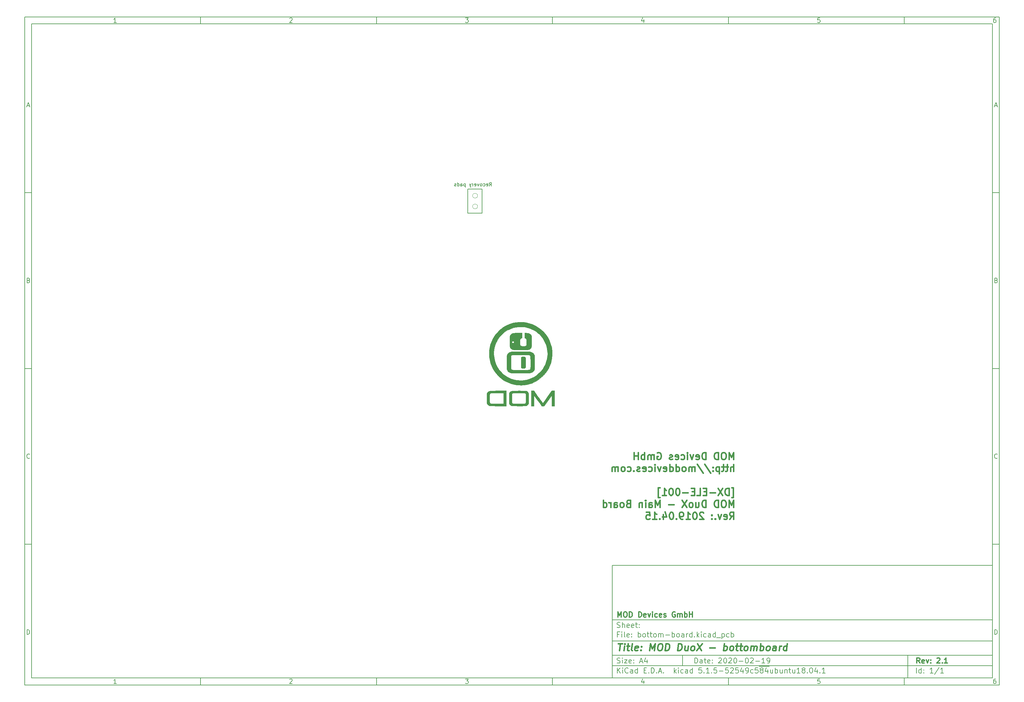
<source format=gbr>
G04 #@! TF.GenerationSoftware,KiCad,Pcbnew,5.1.5-52549c5~84~ubuntu18.04.1*
G04 #@! TF.CreationDate,2020-02-19T16:46:28+01:00*
G04 #@! TF.ProjectId,bottom-board,626f7474-6f6d-42d6-926f-6172642e6b69,2.1*
G04 #@! TF.SameCoordinates,PX48111b4PY15fd6c8*
G04 #@! TF.FileFunction,Legend,Bot*
G04 #@! TF.FilePolarity,Positive*
%FSLAX46Y46*%
G04 Gerber Fmt 4.6, Leading zero omitted, Abs format (unit mm)*
G04 Created by KiCad (PCBNEW 5.1.5-52549c5~84~ubuntu18.04.1) date 2020-02-19 16:46:28*
%MOMM*%
%LPD*%
G04 APERTURE LIST*
%ADD10C,0.100000*%
%ADD11C,0.150000*%
%ADD12C,0.300000*%
%ADD13C,0.400000*%
%ADD14C,0.120000*%
G04 APERTURE END LIST*
D10*
D11*
X101434660Y-142949080D02*
X101434660Y-174949080D01*
X209434660Y-174949080D01*
X209434660Y-142949080D01*
X101434660Y-142949080D01*
D10*
D11*
X-65567540Y13058120D02*
X-65567540Y-176949080D01*
X211434660Y-176949080D01*
X211434660Y13058120D01*
X-65567540Y13058120D01*
D10*
D11*
X-63567540Y11058120D02*
X-63567540Y-174949080D01*
X209434660Y-174949080D01*
X209434660Y11058120D01*
X-63567540Y11058120D01*
D10*
D11*
X-15567540Y11058120D02*
X-15567540Y13058120D01*
D10*
D11*
X34432460Y11058120D02*
X34432460Y13058120D01*
D10*
D11*
X84432460Y11058120D02*
X84432460Y13058120D01*
D10*
D11*
X134432460Y11058120D02*
X134432460Y13058120D01*
D10*
D11*
X184432460Y11058120D02*
X184432460Y13058120D01*
D10*
D11*
X-39502064Y11470025D02*
X-40244921Y11470025D01*
X-39873493Y11470025D02*
X-39873493Y12770025D01*
X-39997302Y12584311D01*
X-40121112Y12460501D01*
X-40244921Y12398597D01*
D10*
D11*
X9755079Y12646216D02*
X9816983Y12708120D01*
X9940793Y12770025D01*
X10250317Y12770025D01*
X10374126Y12708120D01*
X10436031Y12646216D01*
X10497936Y12522406D01*
X10497936Y12398597D01*
X10436031Y12212882D01*
X9693174Y11470025D01*
X10497936Y11470025D01*
D10*
D11*
X59693174Y12770025D02*
X60497936Y12770025D01*
X60064602Y12274787D01*
X60250317Y12274787D01*
X60374126Y12212882D01*
X60436031Y12150978D01*
X60497936Y12027168D01*
X60497936Y11717644D01*
X60436031Y11593835D01*
X60374126Y11531930D01*
X60250317Y11470025D01*
X59878888Y11470025D01*
X59755079Y11531930D01*
X59693174Y11593835D01*
D10*
D11*
X110374126Y12336692D02*
X110374126Y11470025D01*
X110064602Y12831930D02*
X109755079Y11903359D01*
X110559840Y11903359D01*
D10*
D11*
X160436031Y12770025D02*
X159816983Y12770025D01*
X159755079Y12150978D01*
X159816983Y12212882D01*
X159940793Y12274787D01*
X160250317Y12274787D01*
X160374126Y12212882D01*
X160436031Y12150978D01*
X160497936Y12027168D01*
X160497936Y11717644D01*
X160436031Y11593835D01*
X160374126Y11531930D01*
X160250317Y11470025D01*
X159940793Y11470025D01*
X159816983Y11531930D01*
X159755079Y11593835D01*
D10*
D11*
X210374126Y12770025D02*
X210126507Y12770025D01*
X210002698Y12708120D01*
X209940793Y12646216D01*
X209816983Y12460501D01*
X209755079Y12212882D01*
X209755079Y11717644D01*
X209816983Y11593835D01*
X209878888Y11531930D01*
X210002698Y11470025D01*
X210250317Y11470025D01*
X210374126Y11531930D01*
X210436031Y11593835D01*
X210497936Y11717644D01*
X210497936Y12027168D01*
X210436031Y12150978D01*
X210374126Y12212882D01*
X210250317Y12274787D01*
X210002698Y12274787D01*
X209878888Y12212882D01*
X209816983Y12150978D01*
X209755079Y12027168D01*
D10*
D11*
X-15567540Y-174949080D02*
X-15567540Y-176949080D01*
D10*
D11*
X34432460Y-174949080D02*
X34432460Y-176949080D01*
D10*
D11*
X84432460Y-174949080D02*
X84432460Y-176949080D01*
D10*
D11*
X134432460Y-174949080D02*
X134432460Y-176949080D01*
D10*
D11*
X184432460Y-174949080D02*
X184432460Y-176949080D01*
D10*
D11*
X-39502064Y-176537175D02*
X-40244921Y-176537175D01*
X-39873493Y-176537175D02*
X-39873493Y-175237175D01*
X-39997302Y-175422889D01*
X-40121112Y-175546699D01*
X-40244921Y-175608603D01*
D10*
D11*
X9755079Y-175360984D02*
X9816983Y-175299080D01*
X9940793Y-175237175D01*
X10250317Y-175237175D01*
X10374126Y-175299080D01*
X10436031Y-175360984D01*
X10497936Y-175484794D01*
X10497936Y-175608603D01*
X10436031Y-175794318D01*
X9693174Y-176537175D01*
X10497936Y-176537175D01*
D10*
D11*
X59693174Y-175237175D02*
X60497936Y-175237175D01*
X60064602Y-175732413D01*
X60250317Y-175732413D01*
X60374126Y-175794318D01*
X60436031Y-175856222D01*
X60497936Y-175980032D01*
X60497936Y-176289556D01*
X60436031Y-176413365D01*
X60374126Y-176475270D01*
X60250317Y-176537175D01*
X59878888Y-176537175D01*
X59755079Y-176475270D01*
X59693174Y-176413365D01*
D10*
D11*
X110374126Y-175670508D02*
X110374126Y-176537175D01*
X110064602Y-175175270D02*
X109755079Y-176103841D01*
X110559840Y-176103841D01*
D10*
D11*
X160436031Y-175237175D02*
X159816983Y-175237175D01*
X159755079Y-175856222D01*
X159816983Y-175794318D01*
X159940793Y-175732413D01*
X160250317Y-175732413D01*
X160374126Y-175794318D01*
X160436031Y-175856222D01*
X160497936Y-175980032D01*
X160497936Y-176289556D01*
X160436031Y-176413365D01*
X160374126Y-176475270D01*
X160250317Y-176537175D01*
X159940793Y-176537175D01*
X159816983Y-176475270D01*
X159755079Y-176413365D01*
D10*
D11*
X210374126Y-175237175D02*
X210126507Y-175237175D01*
X210002698Y-175299080D01*
X209940793Y-175360984D01*
X209816983Y-175546699D01*
X209755079Y-175794318D01*
X209755079Y-176289556D01*
X209816983Y-176413365D01*
X209878888Y-176475270D01*
X210002698Y-176537175D01*
X210250317Y-176537175D01*
X210374126Y-176475270D01*
X210436031Y-176413365D01*
X210497936Y-176289556D01*
X210497936Y-175980032D01*
X210436031Y-175856222D01*
X210374126Y-175794318D01*
X210250317Y-175732413D01*
X210002698Y-175732413D01*
X209878888Y-175794318D01*
X209816983Y-175856222D01*
X209755079Y-175980032D01*
D10*
D11*
X-65567540Y-36941880D02*
X-63567540Y-36941880D01*
D10*
D11*
X-65567540Y-86941880D02*
X-63567540Y-86941880D01*
D10*
D11*
X-65567540Y-136941880D02*
X-63567540Y-136941880D01*
D10*
D11*
X-64877064Y-12158546D02*
X-64258017Y-12158546D01*
X-65000874Y-12529975D02*
X-64567540Y-11229975D01*
X-64134207Y-12529975D01*
D10*
D11*
X-64474683Y-61849022D02*
X-64288969Y-61910927D01*
X-64227064Y-61972832D01*
X-64165160Y-62096641D01*
X-64165160Y-62282356D01*
X-64227064Y-62406165D01*
X-64288969Y-62468070D01*
X-64412779Y-62529975D01*
X-64908017Y-62529975D01*
X-64908017Y-61229975D01*
X-64474683Y-61229975D01*
X-64350874Y-61291880D01*
X-64288969Y-61353784D01*
X-64227064Y-61477594D01*
X-64227064Y-61601403D01*
X-64288969Y-61725213D01*
X-64350874Y-61787118D01*
X-64474683Y-61849022D01*
X-64908017Y-61849022D01*
D10*
D11*
X-64165160Y-112406165D02*
X-64227064Y-112468070D01*
X-64412779Y-112529975D01*
X-64536588Y-112529975D01*
X-64722302Y-112468070D01*
X-64846112Y-112344260D01*
X-64908017Y-112220451D01*
X-64969921Y-111972832D01*
X-64969921Y-111787118D01*
X-64908017Y-111539499D01*
X-64846112Y-111415689D01*
X-64722302Y-111291880D01*
X-64536588Y-111229975D01*
X-64412779Y-111229975D01*
X-64227064Y-111291880D01*
X-64165160Y-111353784D01*
D10*
D11*
X-64908017Y-162529975D02*
X-64908017Y-161229975D01*
X-64598493Y-161229975D01*
X-64412779Y-161291880D01*
X-64288969Y-161415689D01*
X-64227064Y-161539499D01*
X-64165160Y-161787118D01*
X-64165160Y-161972832D01*
X-64227064Y-162220451D01*
X-64288969Y-162344260D01*
X-64412779Y-162468070D01*
X-64598493Y-162529975D01*
X-64908017Y-162529975D01*
D10*
D11*
X211434660Y-36941880D02*
X209434660Y-36941880D01*
D10*
D11*
X211434660Y-86941880D02*
X209434660Y-86941880D01*
D10*
D11*
X211434660Y-136941880D02*
X209434660Y-136941880D01*
D10*
D11*
X210125136Y-12158546D02*
X210744183Y-12158546D01*
X210001326Y-12529975D02*
X210434660Y-11229975D01*
X210867993Y-12529975D01*
D10*
D11*
X210527517Y-61849022D02*
X210713231Y-61910927D01*
X210775136Y-61972832D01*
X210837040Y-62096641D01*
X210837040Y-62282356D01*
X210775136Y-62406165D01*
X210713231Y-62468070D01*
X210589421Y-62529975D01*
X210094183Y-62529975D01*
X210094183Y-61229975D01*
X210527517Y-61229975D01*
X210651326Y-61291880D01*
X210713231Y-61353784D01*
X210775136Y-61477594D01*
X210775136Y-61601403D01*
X210713231Y-61725213D01*
X210651326Y-61787118D01*
X210527517Y-61849022D01*
X210094183Y-61849022D01*
D10*
D11*
X210837040Y-112406165D02*
X210775136Y-112468070D01*
X210589421Y-112529975D01*
X210465612Y-112529975D01*
X210279898Y-112468070D01*
X210156088Y-112344260D01*
X210094183Y-112220451D01*
X210032279Y-111972832D01*
X210032279Y-111787118D01*
X210094183Y-111539499D01*
X210156088Y-111415689D01*
X210279898Y-111291880D01*
X210465612Y-111229975D01*
X210589421Y-111229975D01*
X210775136Y-111291880D01*
X210837040Y-111353784D01*
D10*
D11*
X210094183Y-162529975D02*
X210094183Y-161229975D01*
X210403707Y-161229975D01*
X210589421Y-161291880D01*
X210713231Y-161415689D01*
X210775136Y-161539499D01*
X210837040Y-161787118D01*
X210837040Y-161972832D01*
X210775136Y-162220451D01*
X210713231Y-162344260D01*
X210589421Y-162468070D01*
X210403707Y-162529975D01*
X210094183Y-162529975D01*
D10*
D11*
X124866802Y-170727651D02*
X124866802Y-169227651D01*
X125223945Y-169227651D01*
X125438231Y-169299080D01*
X125581088Y-169441937D01*
X125652517Y-169584794D01*
X125723945Y-169870508D01*
X125723945Y-170084794D01*
X125652517Y-170370508D01*
X125581088Y-170513365D01*
X125438231Y-170656222D01*
X125223945Y-170727651D01*
X124866802Y-170727651D01*
X127009660Y-170727651D02*
X127009660Y-169941937D01*
X126938231Y-169799080D01*
X126795374Y-169727651D01*
X126509660Y-169727651D01*
X126366802Y-169799080D01*
X127009660Y-170656222D02*
X126866802Y-170727651D01*
X126509660Y-170727651D01*
X126366802Y-170656222D01*
X126295374Y-170513365D01*
X126295374Y-170370508D01*
X126366802Y-170227651D01*
X126509660Y-170156222D01*
X126866802Y-170156222D01*
X127009660Y-170084794D01*
X127509660Y-169727651D02*
X128081088Y-169727651D01*
X127723945Y-169227651D02*
X127723945Y-170513365D01*
X127795374Y-170656222D01*
X127938231Y-170727651D01*
X128081088Y-170727651D01*
X129152517Y-170656222D02*
X129009660Y-170727651D01*
X128723945Y-170727651D01*
X128581088Y-170656222D01*
X128509660Y-170513365D01*
X128509660Y-169941937D01*
X128581088Y-169799080D01*
X128723945Y-169727651D01*
X129009660Y-169727651D01*
X129152517Y-169799080D01*
X129223945Y-169941937D01*
X129223945Y-170084794D01*
X128509660Y-170227651D01*
X129866802Y-170584794D02*
X129938231Y-170656222D01*
X129866802Y-170727651D01*
X129795374Y-170656222D01*
X129866802Y-170584794D01*
X129866802Y-170727651D01*
X129866802Y-169799080D02*
X129938231Y-169870508D01*
X129866802Y-169941937D01*
X129795374Y-169870508D01*
X129866802Y-169799080D01*
X129866802Y-169941937D01*
X131652517Y-169370508D02*
X131723945Y-169299080D01*
X131866802Y-169227651D01*
X132223945Y-169227651D01*
X132366802Y-169299080D01*
X132438231Y-169370508D01*
X132509660Y-169513365D01*
X132509660Y-169656222D01*
X132438231Y-169870508D01*
X131581088Y-170727651D01*
X132509660Y-170727651D01*
X133438231Y-169227651D02*
X133581088Y-169227651D01*
X133723945Y-169299080D01*
X133795374Y-169370508D01*
X133866802Y-169513365D01*
X133938231Y-169799080D01*
X133938231Y-170156222D01*
X133866802Y-170441937D01*
X133795374Y-170584794D01*
X133723945Y-170656222D01*
X133581088Y-170727651D01*
X133438231Y-170727651D01*
X133295374Y-170656222D01*
X133223945Y-170584794D01*
X133152517Y-170441937D01*
X133081088Y-170156222D01*
X133081088Y-169799080D01*
X133152517Y-169513365D01*
X133223945Y-169370508D01*
X133295374Y-169299080D01*
X133438231Y-169227651D01*
X134509660Y-169370508D02*
X134581088Y-169299080D01*
X134723945Y-169227651D01*
X135081088Y-169227651D01*
X135223945Y-169299080D01*
X135295374Y-169370508D01*
X135366802Y-169513365D01*
X135366802Y-169656222D01*
X135295374Y-169870508D01*
X134438231Y-170727651D01*
X135366802Y-170727651D01*
X136295374Y-169227651D02*
X136438231Y-169227651D01*
X136581088Y-169299080D01*
X136652517Y-169370508D01*
X136723945Y-169513365D01*
X136795374Y-169799080D01*
X136795374Y-170156222D01*
X136723945Y-170441937D01*
X136652517Y-170584794D01*
X136581088Y-170656222D01*
X136438231Y-170727651D01*
X136295374Y-170727651D01*
X136152517Y-170656222D01*
X136081088Y-170584794D01*
X136009660Y-170441937D01*
X135938231Y-170156222D01*
X135938231Y-169799080D01*
X136009660Y-169513365D01*
X136081088Y-169370508D01*
X136152517Y-169299080D01*
X136295374Y-169227651D01*
X137438231Y-170156222D02*
X138581088Y-170156222D01*
X139581088Y-169227651D02*
X139723945Y-169227651D01*
X139866802Y-169299080D01*
X139938231Y-169370508D01*
X140009660Y-169513365D01*
X140081088Y-169799080D01*
X140081088Y-170156222D01*
X140009660Y-170441937D01*
X139938231Y-170584794D01*
X139866802Y-170656222D01*
X139723945Y-170727651D01*
X139581088Y-170727651D01*
X139438231Y-170656222D01*
X139366802Y-170584794D01*
X139295374Y-170441937D01*
X139223945Y-170156222D01*
X139223945Y-169799080D01*
X139295374Y-169513365D01*
X139366802Y-169370508D01*
X139438231Y-169299080D01*
X139581088Y-169227651D01*
X140652517Y-169370508D02*
X140723945Y-169299080D01*
X140866802Y-169227651D01*
X141223945Y-169227651D01*
X141366802Y-169299080D01*
X141438231Y-169370508D01*
X141509660Y-169513365D01*
X141509660Y-169656222D01*
X141438231Y-169870508D01*
X140581088Y-170727651D01*
X141509660Y-170727651D01*
X142152517Y-170156222D02*
X143295374Y-170156222D01*
X144795374Y-170727651D02*
X143938231Y-170727651D01*
X144366802Y-170727651D02*
X144366802Y-169227651D01*
X144223945Y-169441937D01*
X144081088Y-169584794D01*
X143938231Y-169656222D01*
X145509660Y-170727651D02*
X145795374Y-170727651D01*
X145938231Y-170656222D01*
X146009660Y-170584794D01*
X146152517Y-170370508D01*
X146223945Y-170084794D01*
X146223945Y-169513365D01*
X146152517Y-169370508D01*
X146081088Y-169299080D01*
X145938231Y-169227651D01*
X145652517Y-169227651D01*
X145509660Y-169299080D01*
X145438231Y-169370508D01*
X145366802Y-169513365D01*
X145366802Y-169870508D01*
X145438231Y-170013365D01*
X145509660Y-170084794D01*
X145652517Y-170156222D01*
X145938231Y-170156222D01*
X146081088Y-170084794D01*
X146152517Y-170013365D01*
X146223945Y-169870508D01*
D10*
D11*
X101434660Y-171449080D02*
X209434660Y-171449080D01*
D10*
D11*
X102866802Y-173527651D02*
X102866802Y-172027651D01*
X103723945Y-173527651D02*
X103081088Y-172670508D01*
X103723945Y-172027651D02*
X102866802Y-172884794D01*
X104366802Y-173527651D02*
X104366802Y-172527651D01*
X104366802Y-172027651D02*
X104295374Y-172099080D01*
X104366802Y-172170508D01*
X104438231Y-172099080D01*
X104366802Y-172027651D01*
X104366802Y-172170508D01*
X105938231Y-173384794D02*
X105866802Y-173456222D01*
X105652517Y-173527651D01*
X105509660Y-173527651D01*
X105295374Y-173456222D01*
X105152517Y-173313365D01*
X105081088Y-173170508D01*
X105009660Y-172884794D01*
X105009660Y-172670508D01*
X105081088Y-172384794D01*
X105152517Y-172241937D01*
X105295374Y-172099080D01*
X105509660Y-172027651D01*
X105652517Y-172027651D01*
X105866802Y-172099080D01*
X105938231Y-172170508D01*
X107223945Y-173527651D02*
X107223945Y-172741937D01*
X107152517Y-172599080D01*
X107009660Y-172527651D01*
X106723945Y-172527651D01*
X106581088Y-172599080D01*
X107223945Y-173456222D02*
X107081088Y-173527651D01*
X106723945Y-173527651D01*
X106581088Y-173456222D01*
X106509660Y-173313365D01*
X106509660Y-173170508D01*
X106581088Y-173027651D01*
X106723945Y-172956222D01*
X107081088Y-172956222D01*
X107223945Y-172884794D01*
X108581088Y-173527651D02*
X108581088Y-172027651D01*
X108581088Y-173456222D02*
X108438231Y-173527651D01*
X108152517Y-173527651D01*
X108009660Y-173456222D01*
X107938231Y-173384794D01*
X107866802Y-173241937D01*
X107866802Y-172813365D01*
X107938231Y-172670508D01*
X108009660Y-172599080D01*
X108152517Y-172527651D01*
X108438231Y-172527651D01*
X108581088Y-172599080D01*
X110438231Y-172741937D02*
X110938231Y-172741937D01*
X111152517Y-173527651D02*
X110438231Y-173527651D01*
X110438231Y-172027651D01*
X111152517Y-172027651D01*
X111795374Y-173384794D02*
X111866802Y-173456222D01*
X111795374Y-173527651D01*
X111723945Y-173456222D01*
X111795374Y-173384794D01*
X111795374Y-173527651D01*
X112509660Y-173527651D02*
X112509660Y-172027651D01*
X112866802Y-172027651D01*
X113081088Y-172099080D01*
X113223945Y-172241937D01*
X113295374Y-172384794D01*
X113366802Y-172670508D01*
X113366802Y-172884794D01*
X113295374Y-173170508D01*
X113223945Y-173313365D01*
X113081088Y-173456222D01*
X112866802Y-173527651D01*
X112509660Y-173527651D01*
X114009660Y-173384794D02*
X114081088Y-173456222D01*
X114009660Y-173527651D01*
X113938231Y-173456222D01*
X114009660Y-173384794D01*
X114009660Y-173527651D01*
X114652517Y-173099080D02*
X115366802Y-173099080D01*
X114509660Y-173527651D02*
X115009660Y-172027651D01*
X115509660Y-173527651D01*
X116009660Y-173384794D02*
X116081088Y-173456222D01*
X116009660Y-173527651D01*
X115938231Y-173456222D01*
X116009660Y-173384794D01*
X116009660Y-173527651D01*
X119009660Y-173527651D02*
X119009660Y-172027651D01*
X119152517Y-172956222D02*
X119581088Y-173527651D01*
X119581088Y-172527651D02*
X119009660Y-173099080D01*
X120223945Y-173527651D02*
X120223945Y-172527651D01*
X120223945Y-172027651D02*
X120152517Y-172099080D01*
X120223945Y-172170508D01*
X120295374Y-172099080D01*
X120223945Y-172027651D01*
X120223945Y-172170508D01*
X121581088Y-173456222D02*
X121438231Y-173527651D01*
X121152517Y-173527651D01*
X121009660Y-173456222D01*
X120938231Y-173384794D01*
X120866802Y-173241937D01*
X120866802Y-172813365D01*
X120938231Y-172670508D01*
X121009660Y-172599080D01*
X121152517Y-172527651D01*
X121438231Y-172527651D01*
X121581088Y-172599080D01*
X122866802Y-173527651D02*
X122866802Y-172741937D01*
X122795374Y-172599080D01*
X122652517Y-172527651D01*
X122366802Y-172527651D01*
X122223945Y-172599080D01*
X122866802Y-173456222D02*
X122723945Y-173527651D01*
X122366802Y-173527651D01*
X122223945Y-173456222D01*
X122152517Y-173313365D01*
X122152517Y-173170508D01*
X122223945Y-173027651D01*
X122366802Y-172956222D01*
X122723945Y-172956222D01*
X122866802Y-172884794D01*
X124223945Y-173527651D02*
X124223945Y-172027651D01*
X124223945Y-173456222D02*
X124081088Y-173527651D01*
X123795374Y-173527651D01*
X123652517Y-173456222D01*
X123581088Y-173384794D01*
X123509660Y-173241937D01*
X123509660Y-172813365D01*
X123581088Y-172670508D01*
X123652517Y-172599080D01*
X123795374Y-172527651D01*
X124081088Y-172527651D01*
X124223945Y-172599080D01*
X126795374Y-172027651D02*
X126081088Y-172027651D01*
X126009660Y-172741937D01*
X126081088Y-172670508D01*
X126223945Y-172599080D01*
X126581088Y-172599080D01*
X126723945Y-172670508D01*
X126795374Y-172741937D01*
X126866802Y-172884794D01*
X126866802Y-173241937D01*
X126795374Y-173384794D01*
X126723945Y-173456222D01*
X126581088Y-173527651D01*
X126223945Y-173527651D01*
X126081088Y-173456222D01*
X126009660Y-173384794D01*
X127509660Y-173384794D02*
X127581088Y-173456222D01*
X127509660Y-173527651D01*
X127438231Y-173456222D01*
X127509660Y-173384794D01*
X127509660Y-173527651D01*
X129009660Y-173527651D02*
X128152517Y-173527651D01*
X128581088Y-173527651D02*
X128581088Y-172027651D01*
X128438231Y-172241937D01*
X128295374Y-172384794D01*
X128152517Y-172456222D01*
X129652517Y-173384794D02*
X129723945Y-173456222D01*
X129652517Y-173527651D01*
X129581088Y-173456222D01*
X129652517Y-173384794D01*
X129652517Y-173527651D01*
X131081088Y-172027651D02*
X130366802Y-172027651D01*
X130295374Y-172741937D01*
X130366802Y-172670508D01*
X130509660Y-172599080D01*
X130866802Y-172599080D01*
X131009660Y-172670508D01*
X131081088Y-172741937D01*
X131152517Y-172884794D01*
X131152517Y-173241937D01*
X131081088Y-173384794D01*
X131009660Y-173456222D01*
X130866802Y-173527651D01*
X130509660Y-173527651D01*
X130366802Y-173456222D01*
X130295374Y-173384794D01*
X131795374Y-172956222D02*
X132938231Y-172956222D01*
X134366802Y-172027651D02*
X133652517Y-172027651D01*
X133581088Y-172741937D01*
X133652517Y-172670508D01*
X133795374Y-172599080D01*
X134152517Y-172599080D01*
X134295374Y-172670508D01*
X134366802Y-172741937D01*
X134438231Y-172884794D01*
X134438231Y-173241937D01*
X134366802Y-173384794D01*
X134295374Y-173456222D01*
X134152517Y-173527651D01*
X133795374Y-173527651D01*
X133652517Y-173456222D01*
X133581088Y-173384794D01*
X135009660Y-172170508D02*
X135081088Y-172099080D01*
X135223945Y-172027651D01*
X135581088Y-172027651D01*
X135723945Y-172099080D01*
X135795374Y-172170508D01*
X135866802Y-172313365D01*
X135866802Y-172456222D01*
X135795374Y-172670508D01*
X134938231Y-173527651D01*
X135866802Y-173527651D01*
X137223945Y-172027651D02*
X136509660Y-172027651D01*
X136438231Y-172741937D01*
X136509660Y-172670508D01*
X136652517Y-172599080D01*
X137009660Y-172599080D01*
X137152517Y-172670508D01*
X137223945Y-172741937D01*
X137295374Y-172884794D01*
X137295374Y-173241937D01*
X137223945Y-173384794D01*
X137152517Y-173456222D01*
X137009660Y-173527651D01*
X136652517Y-173527651D01*
X136509660Y-173456222D01*
X136438231Y-173384794D01*
X138581088Y-172527651D02*
X138581088Y-173527651D01*
X138223945Y-171956222D02*
X137866802Y-173027651D01*
X138795374Y-173027651D01*
X139438231Y-173527651D02*
X139723945Y-173527651D01*
X139866802Y-173456222D01*
X139938231Y-173384794D01*
X140081088Y-173170508D01*
X140152517Y-172884794D01*
X140152517Y-172313365D01*
X140081088Y-172170508D01*
X140009660Y-172099080D01*
X139866802Y-172027651D01*
X139581088Y-172027651D01*
X139438231Y-172099080D01*
X139366802Y-172170508D01*
X139295374Y-172313365D01*
X139295374Y-172670508D01*
X139366802Y-172813365D01*
X139438231Y-172884794D01*
X139581088Y-172956222D01*
X139866802Y-172956222D01*
X140009660Y-172884794D01*
X140081088Y-172813365D01*
X140152517Y-172670508D01*
X141438231Y-173456222D02*
X141295374Y-173527651D01*
X141009660Y-173527651D01*
X140866802Y-173456222D01*
X140795374Y-173384794D01*
X140723945Y-173241937D01*
X140723945Y-172813365D01*
X140795374Y-172670508D01*
X140866802Y-172599080D01*
X141009660Y-172527651D01*
X141295374Y-172527651D01*
X141438231Y-172599080D01*
X142795374Y-172027651D02*
X142081088Y-172027651D01*
X142009660Y-172741937D01*
X142081088Y-172670508D01*
X142223945Y-172599080D01*
X142581088Y-172599080D01*
X142723945Y-172670508D01*
X142795374Y-172741937D01*
X142866802Y-172884794D01*
X142866802Y-173241937D01*
X142795374Y-173384794D01*
X142723945Y-173456222D01*
X142581088Y-173527651D01*
X142223945Y-173527651D01*
X142081088Y-173456222D01*
X142009660Y-173384794D01*
X143152517Y-171619080D02*
X144581088Y-171619080D01*
X143723945Y-172670508D02*
X143581088Y-172599080D01*
X143509660Y-172527651D01*
X143438231Y-172384794D01*
X143438231Y-172313365D01*
X143509660Y-172170508D01*
X143581088Y-172099080D01*
X143723945Y-172027651D01*
X144009660Y-172027651D01*
X144152517Y-172099080D01*
X144223945Y-172170508D01*
X144295374Y-172313365D01*
X144295374Y-172384794D01*
X144223945Y-172527651D01*
X144152517Y-172599080D01*
X144009660Y-172670508D01*
X143723945Y-172670508D01*
X143581088Y-172741937D01*
X143509660Y-172813365D01*
X143438231Y-172956222D01*
X143438231Y-173241937D01*
X143509660Y-173384794D01*
X143581088Y-173456222D01*
X143723945Y-173527651D01*
X144009660Y-173527651D01*
X144152517Y-173456222D01*
X144223945Y-173384794D01*
X144295374Y-173241937D01*
X144295374Y-172956222D01*
X144223945Y-172813365D01*
X144152517Y-172741937D01*
X144009660Y-172670508D01*
X144581088Y-171619080D02*
X146009659Y-171619080D01*
X145581088Y-172527651D02*
X145581088Y-173527651D01*
X145223945Y-171956222D02*
X144866802Y-173027651D01*
X145795374Y-173027651D01*
X147009659Y-172527651D02*
X147009659Y-173527651D01*
X146366802Y-172527651D02*
X146366802Y-173313365D01*
X146438231Y-173456222D01*
X146581088Y-173527651D01*
X146795374Y-173527651D01*
X146938231Y-173456222D01*
X147009659Y-173384794D01*
X147723945Y-173527651D02*
X147723945Y-172027651D01*
X147723945Y-172599080D02*
X147866802Y-172527651D01*
X148152517Y-172527651D01*
X148295374Y-172599080D01*
X148366802Y-172670508D01*
X148438231Y-172813365D01*
X148438231Y-173241937D01*
X148366802Y-173384794D01*
X148295374Y-173456222D01*
X148152517Y-173527651D01*
X147866802Y-173527651D01*
X147723945Y-173456222D01*
X149723945Y-172527651D02*
X149723945Y-173527651D01*
X149081088Y-172527651D02*
X149081088Y-173313365D01*
X149152517Y-173456222D01*
X149295374Y-173527651D01*
X149509659Y-173527651D01*
X149652517Y-173456222D01*
X149723945Y-173384794D01*
X150438231Y-172527651D02*
X150438231Y-173527651D01*
X150438231Y-172670508D02*
X150509659Y-172599080D01*
X150652517Y-172527651D01*
X150866802Y-172527651D01*
X151009659Y-172599080D01*
X151081088Y-172741937D01*
X151081088Y-173527651D01*
X151581088Y-172527651D02*
X152152517Y-172527651D01*
X151795374Y-172027651D02*
X151795374Y-173313365D01*
X151866802Y-173456222D01*
X152009660Y-173527651D01*
X152152517Y-173527651D01*
X153295374Y-172527651D02*
X153295374Y-173527651D01*
X152652517Y-172527651D02*
X152652517Y-173313365D01*
X152723945Y-173456222D01*
X152866802Y-173527651D01*
X153081088Y-173527651D01*
X153223945Y-173456222D01*
X153295374Y-173384794D01*
X154795374Y-173527651D02*
X153938231Y-173527651D01*
X154366802Y-173527651D02*
X154366802Y-172027651D01*
X154223945Y-172241937D01*
X154081088Y-172384794D01*
X153938231Y-172456222D01*
X155652517Y-172670508D02*
X155509659Y-172599080D01*
X155438231Y-172527651D01*
X155366802Y-172384794D01*
X155366802Y-172313365D01*
X155438231Y-172170508D01*
X155509659Y-172099080D01*
X155652517Y-172027651D01*
X155938231Y-172027651D01*
X156081088Y-172099080D01*
X156152517Y-172170508D01*
X156223945Y-172313365D01*
X156223945Y-172384794D01*
X156152517Y-172527651D01*
X156081088Y-172599080D01*
X155938231Y-172670508D01*
X155652517Y-172670508D01*
X155509659Y-172741937D01*
X155438231Y-172813365D01*
X155366802Y-172956222D01*
X155366802Y-173241937D01*
X155438231Y-173384794D01*
X155509659Y-173456222D01*
X155652517Y-173527651D01*
X155938231Y-173527651D01*
X156081088Y-173456222D01*
X156152517Y-173384794D01*
X156223945Y-173241937D01*
X156223945Y-172956222D01*
X156152517Y-172813365D01*
X156081088Y-172741937D01*
X155938231Y-172670508D01*
X156866802Y-173384794D02*
X156938231Y-173456222D01*
X156866802Y-173527651D01*
X156795374Y-173456222D01*
X156866802Y-173384794D01*
X156866802Y-173527651D01*
X157866802Y-172027651D02*
X158009659Y-172027651D01*
X158152517Y-172099080D01*
X158223945Y-172170508D01*
X158295374Y-172313365D01*
X158366802Y-172599080D01*
X158366802Y-172956222D01*
X158295374Y-173241937D01*
X158223945Y-173384794D01*
X158152517Y-173456222D01*
X158009659Y-173527651D01*
X157866802Y-173527651D01*
X157723945Y-173456222D01*
X157652517Y-173384794D01*
X157581088Y-173241937D01*
X157509659Y-172956222D01*
X157509659Y-172599080D01*
X157581088Y-172313365D01*
X157652517Y-172170508D01*
X157723945Y-172099080D01*
X157866802Y-172027651D01*
X159652517Y-172527651D02*
X159652517Y-173527651D01*
X159295374Y-171956222D02*
X158938231Y-173027651D01*
X159866802Y-173027651D01*
X160438231Y-173384794D02*
X160509659Y-173456222D01*
X160438231Y-173527651D01*
X160366802Y-173456222D01*
X160438231Y-173384794D01*
X160438231Y-173527651D01*
X161938231Y-173527651D02*
X161081088Y-173527651D01*
X161509659Y-173527651D02*
X161509659Y-172027651D01*
X161366802Y-172241937D01*
X161223945Y-172384794D01*
X161081088Y-172456222D01*
D10*
D11*
X101434660Y-168449080D02*
X209434660Y-168449080D01*
D10*
D12*
X188843945Y-170727651D02*
X188343945Y-170013365D01*
X187986802Y-170727651D02*
X187986802Y-169227651D01*
X188558231Y-169227651D01*
X188701088Y-169299080D01*
X188772517Y-169370508D01*
X188843945Y-169513365D01*
X188843945Y-169727651D01*
X188772517Y-169870508D01*
X188701088Y-169941937D01*
X188558231Y-170013365D01*
X187986802Y-170013365D01*
X190058231Y-170656222D02*
X189915374Y-170727651D01*
X189629660Y-170727651D01*
X189486802Y-170656222D01*
X189415374Y-170513365D01*
X189415374Y-169941937D01*
X189486802Y-169799080D01*
X189629660Y-169727651D01*
X189915374Y-169727651D01*
X190058231Y-169799080D01*
X190129660Y-169941937D01*
X190129660Y-170084794D01*
X189415374Y-170227651D01*
X190629660Y-169727651D02*
X190986802Y-170727651D01*
X191343945Y-169727651D01*
X191915374Y-170584794D02*
X191986802Y-170656222D01*
X191915374Y-170727651D01*
X191843945Y-170656222D01*
X191915374Y-170584794D01*
X191915374Y-170727651D01*
X191915374Y-169799080D02*
X191986802Y-169870508D01*
X191915374Y-169941937D01*
X191843945Y-169870508D01*
X191915374Y-169799080D01*
X191915374Y-169941937D01*
X193701088Y-169370508D02*
X193772517Y-169299080D01*
X193915374Y-169227651D01*
X194272517Y-169227651D01*
X194415374Y-169299080D01*
X194486802Y-169370508D01*
X194558231Y-169513365D01*
X194558231Y-169656222D01*
X194486802Y-169870508D01*
X193629660Y-170727651D01*
X194558231Y-170727651D01*
X195201088Y-170584794D02*
X195272517Y-170656222D01*
X195201088Y-170727651D01*
X195129660Y-170656222D01*
X195201088Y-170584794D01*
X195201088Y-170727651D01*
X196701088Y-170727651D02*
X195843945Y-170727651D01*
X196272517Y-170727651D02*
X196272517Y-169227651D01*
X196129660Y-169441937D01*
X195986802Y-169584794D01*
X195843945Y-169656222D01*
D10*
D11*
X102795374Y-170656222D02*
X103009660Y-170727651D01*
X103366802Y-170727651D01*
X103509660Y-170656222D01*
X103581088Y-170584794D01*
X103652517Y-170441937D01*
X103652517Y-170299080D01*
X103581088Y-170156222D01*
X103509660Y-170084794D01*
X103366802Y-170013365D01*
X103081088Y-169941937D01*
X102938231Y-169870508D01*
X102866802Y-169799080D01*
X102795374Y-169656222D01*
X102795374Y-169513365D01*
X102866802Y-169370508D01*
X102938231Y-169299080D01*
X103081088Y-169227651D01*
X103438231Y-169227651D01*
X103652517Y-169299080D01*
X104295374Y-170727651D02*
X104295374Y-169727651D01*
X104295374Y-169227651D02*
X104223945Y-169299080D01*
X104295374Y-169370508D01*
X104366802Y-169299080D01*
X104295374Y-169227651D01*
X104295374Y-169370508D01*
X104866802Y-169727651D02*
X105652517Y-169727651D01*
X104866802Y-170727651D01*
X105652517Y-170727651D01*
X106795374Y-170656222D02*
X106652517Y-170727651D01*
X106366802Y-170727651D01*
X106223945Y-170656222D01*
X106152517Y-170513365D01*
X106152517Y-169941937D01*
X106223945Y-169799080D01*
X106366802Y-169727651D01*
X106652517Y-169727651D01*
X106795374Y-169799080D01*
X106866802Y-169941937D01*
X106866802Y-170084794D01*
X106152517Y-170227651D01*
X107509660Y-170584794D02*
X107581088Y-170656222D01*
X107509660Y-170727651D01*
X107438231Y-170656222D01*
X107509660Y-170584794D01*
X107509660Y-170727651D01*
X107509660Y-169799080D02*
X107581088Y-169870508D01*
X107509660Y-169941937D01*
X107438231Y-169870508D01*
X107509660Y-169799080D01*
X107509660Y-169941937D01*
X109295374Y-170299080D02*
X110009660Y-170299080D01*
X109152517Y-170727651D02*
X109652517Y-169227651D01*
X110152517Y-170727651D01*
X111295374Y-169727651D02*
X111295374Y-170727651D01*
X110938231Y-169156222D02*
X110581088Y-170227651D01*
X111509660Y-170227651D01*
D10*
D11*
X187866802Y-173527651D02*
X187866802Y-172027651D01*
X189223945Y-173527651D02*
X189223945Y-172027651D01*
X189223945Y-173456222D02*
X189081088Y-173527651D01*
X188795374Y-173527651D01*
X188652517Y-173456222D01*
X188581088Y-173384794D01*
X188509660Y-173241937D01*
X188509660Y-172813365D01*
X188581088Y-172670508D01*
X188652517Y-172599080D01*
X188795374Y-172527651D01*
X189081088Y-172527651D01*
X189223945Y-172599080D01*
X189938231Y-173384794D02*
X190009660Y-173456222D01*
X189938231Y-173527651D01*
X189866802Y-173456222D01*
X189938231Y-173384794D01*
X189938231Y-173527651D01*
X189938231Y-172599080D02*
X190009660Y-172670508D01*
X189938231Y-172741937D01*
X189866802Y-172670508D01*
X189938231Y-172599080D01*
X189938231Y-172741937D01*
X192581088Y-173527651D02*
X191723945Y-173527651D01*
X192152517Y-173527651D02*
X192152517Y-172027651D01*
X192009660Y-172241937D01*
X191866802Y-172384794D01*
X191723945Y-172456222D01*
X194295374Y-171956222D02*
X193009660Y-173884794D01*
X195581088Y-173527651D02*
X194723945Y-173527651D01*
X195152517Y-173527651D02*
X195152517Y-172027651D01*
X195009660Y-172241937D01*
X194866802Y-172384794D01*
X194723945Y-172456222D01*
D10*
D11*
X101434660Y-164449080D02*
X209434660Y-164449080D01*
D10*
D13*
X103147040Y-165153841D02*
X104289898Y-165153841D01*
X103468469Y-167153841D02*
X103718469Y-165153841D01*
X104706564Y-167153841D02*
X104873231Y-165820508D01*
X104956564Y-165153841D02*
X104849421Y-165249080D01*
X104932755Y-165344318D01*
X105039898Y-165249080D01*
X104956564Y-165153841D01*
X104932755Y-165344318D01*
X105539898Y-165820508D02*
X106301802Y-165820508D01*
X105908945Y-165153841D02*
X105694660Y-166868127D01*
X105766088Y-167058603D01*
X105944660Y-167153841D01*
X106135136Y-167153841D01*
X107087517Y-167153841D02*
X106908945Y-167058603D01*
X106837517Y-166868127D01*
X107051802Y-165153841D01*
X108623231Y-167058603D02*
X108420850Y-167153841D01*
X108039898Y-167153841D01*
X107861326Y-167058603D01*
X107789898Y-166868127D01*
X107885136Y-166106222D01*
X108004183Y-165915746D01*
X108206564Y-165820508D01*
X108587517Y-165820508D01*
X108766088Y-165915746D01*
X108837517Y-166106222D01*
X108813707Y-166296699D01*
X107837517Y-166487175D01*
X109587517Y-166963365D02*
X109670850Y-167058603D01*
X109563707Y-167153841D01*
X109480374Y-167058603D01*
X109587517Y-166963365D01*
X109563707Y-167153841D01*
X109718469Y-165915746D02*
X109801802Y-166010984D01*
X109694660Y-166106222D01*
X109611326Y-166010984D01*
X109718469Y-165915746D01*
X109694660Y-166106222D01*
X112039898Y-167153841D02*
X112289898Y-165153841D01*
X112777993Y-166582413D01*
X113623231Y-165153841D01*
X113373231Y-167153841D01*
X114956564Y-165153841D02*
X115337517Y-165153841D01*
X115516088Y-165249080D01*
X115682755Y-165439556D01*
X115730374Y-165820508D01*
X115647040Y-166487175D01*
X115504183Y-166868127D01*
X115289898Y-167058603D01*
X115087517Y-167153841D01*
X114706564Y-167153841D01*
X114527993Y-167058603D01*
X114361326Y-166868127D01*
X114313707Y-166487175D01*
X114397040Y-165820508D01*
X114539898Y-165439556D01*
X114754183Y-165249080D01*
X114956564Y-165153841D01*
X116420850Y-167153841D02*
X116670850Y-165153841D01*
X117147040Y-165153841D01*
X117420850Y-165249080D01*
X117587517Y-165439556D01*
X117658945Y-165630032D01*
X117706564Y-166010984D01*
X117670850Y-166296699D01*
X117527993Y-166677651D01*
X117408945Y-166868127D01*
X117194660Y-167058603D01*
X116897040Y-167153841D01*
X116420850Y-167153841D01*
X119944660Y-167153841D02*
X120194660Y-165153841D01*
X120670850Y-165153841D01*
X120944660Y-165249080D01*
X121111326Y-165439556D01*
X121182755Y-165630032D01*
X121230374Y-166010984D01*
X121194660Y-166296699D01*
X121051802Y-166677651D01*
X120932755Y-166868127D01*
X120718469Y-167058603D01*
X120420850Y-167153841D01*
X119944660Y-167153841D01*
X122968469Y-165820508D02*
X122801802Y-167153841D01*
X122111326Y-165820508D02*
X121980374Y-166868127D01*
X122051802Y-167058603D01*
X122230374Y-167153841D01*
X122516088Y-167153841D01*
X122718469Y-167058603D01*
X122825612Y-166963365D01*
X124039898Y-167153841D02*
X123861326Y-167058603D01*
X123777993Y-166963365D01*
X123706564Y-166772889D01*
X123777993Y-166201460D01*
X123897040Y-166010984D01*
X124004183Y-165915746D01*
X124206564Y-165820508D01*
X124492279Y-165820508D01*
X124670850Y-165915746D01*
X124754183Y-166010984D01*
X124825612Y-166201460D01*
X124754183Y-166772889D01*
X124635136Y-166963365D01*
X124527993Y-167058603D01*
X124325612Y-167153841D01*
X124039898Y-167153841D01*
X125623231Y-165153841D02*
X126706564Y-167153841D01*
X126956564Y-165153841D02*
X125373231Y-167153841D01*
X129087517Y-166391937D02*
X130611326Y-166391937D01*
X132992279Y-167153841D02*
X133242279Y-165153841D01*
X133147040Y-165915746D02*
X133349421Y-165820508D01*
X133730374Y-165820508D01*
X133908945Y-165915746D01*
X133992279Y-166010984D01*
X134063707Y-166201460D01*
X133992279Y-166772889D01*
X133873231Y-166963365D01*
X133766088Y-167058603D01*
X133563707Y-167153841D01*
X133182755Y-167153841D01*
X133004183Y-167058603D01*
X135087517Y-167153841D02*
X134908945Y-167058603D01*
X134825612Y-166963365D01*
X134754183Y-166772889D01*
X134825612Y-166201460D01*
X134944660Y-166010984D01*
X135051802Y-165915746D01*
X135254183Y-165820508D01*
X135539898Y-165820508D01*
X135718469Y-165915746D01*
X135801802Y-166010984D01*
X135873231Y-166201460D01*
X135801802Y-166772889D01*
X135682755Y-166963365D01*
X135575612Y-167058603D01*
X135373231Y-167153841D01*
X135087517Y-167153841D01*
X136492279Y-165820508D02*
X137254183Y-165820508D01*
X136861326Y-165153841D02*
X136647040Y-166868127D01*
X136718469Y-167058603D01*
X136897040Y-167153841D01*
X137087517Y-167153841D01*
X137635136Y-165820508D02*
X138397040Y-165820508D01*
X138004183Y-165153841D02*
X137789898Y-166868127D01*
X137861326Y-167058603D01*
X138039898Y-167153841D01*
X138230374Y-167153841D01*
X139182755Y-167153841D02*
X139004183Y-167058603D01*
X138920850Y-166963365D01*
X138849421Y-166772889D01*
X138920850Y-166201460D01*
X139039898Y-166010984D01*
X139147040Y-165915746D01*
X139349421Y-165820508D01*
X139635136Y-165820508D01*
X139813707Y-165915746D01*
X139897040Y-166010984D01*
X139968469Y-166201460D01*
X139897040Y-166772889D01*
X139777993Y-166963365D01*
X139670850Y-167058603D01*
X139468469Y-167153841D01*
X139182755Y-167153841D01*
X140706564Y-167153841D02*
X140873231Y-165820508D01*
X140849421Y-166010984D02*
X140956564Y-165915746D01*
X141158945Y-165820508D01*
X141444660Y-165820508D01*
X141623231Y-165915746D01*
X141694660Y-166106222D01*
X141563707Y-167153841D01*
X141694660Y-166106222D02*
X141813707Y-165915746D01*
X142016088Y-165820508D01*
X142301802Y-165820508D01*
X142480374Y-165915746D01*
X142551802Y-166106222D01*
X142420850Y-167153841D01*
X143373231Y-167153841D02*
X143623231Y-165153841D01*
X143527993Y-165915746D02*
X143730374Y-165820508D01*
X144111326Y-165820508D01*
X144289898Y-165915746D01*
X144373231Y-166010984D01*
X144444660Y-166201460D01*
X144373231Y-166772889D01*
X144254183Y-166963365D01*
X144147040Y-167058603D01*
X143944660Y-167153841D01*
X143563707Y-167153841D01*
X143385136Y-167058603D01*
X145468469Y-167153841D02*
X145289898Y-167058603D01*
X145206564Y-166963365D01*
X145135136Y-166772889D01*
X145206564Y-166201460D01*
X145325612Y-166010984D01*
X145432755Y-165915746D01*
X145635136Y-165820508D01*
X145920850Y-165820508D01*
X146099421Y-165915746D01*
X146182755Y-166010984D01*
X146254183Y-166201460D01*
X146182755Y-166772889D01*
X146063707Y-166963365D01*
X145956564Y-167058603D01*
X145754183Y-167153841D01*
X145468469Y-167153841D01*
X147849421Y-167153841D02*
X147980374Y-166106222D01*
X147908945Y-165915746D01*
X147730374Y-165820508D01*
X147349421Y-165820508D01*
X147147040Y-165915746D01*
X147861326Y-167058603D02*
X147658945Y-167153841D01*
X147182755Y-167153841D01*
X147004183Y-167058603D01*
X146932755Y-166868127D01*
X146956564Y-166677651D01*
X147075612Y-166487175D01*
X147277993Y-166391937D01*
X147754183Y-166391937D01*
X147956564Y-166296699D01*
X148801802Y-167153841D02*
X148968469Y-165820508D01*
X148920850Y-166201460D02*
X149039898Y-166010984D01*
X149147040Y-165915746D01*
X149349421Y-165820508D01*
X149539898Y-165820508D01*
X150897040Y-167153841D02*
X151147040Y-165153841D01*
X150908945Y-167058603D02*
X150706564Y-167153841D01*
X150325612Y-167153841D01*
X150147040Y-167058603D01*
X150063707Y-166963365D01*
X149992279Y-166772889D01*
X150063707Y-166201460D01*
X150182755Y-166010984D01*
X150289898Y-165915746D01*
X150492279Y-165820508D01*
X150873231Y-165820508D01*
X151051802Y-165915746D01*
D10*
D11*
X103366802Y-162541937D02*
X102866802Y-162541937D01*
X102866802Y-163327651D02*
X102866802Y-161827651D01*
X103581088Y-161827651D01*
X104152517Y-163327651D02*
X104152517Y-162327651D01*
X104152517Y-161827651D02*
X104081088Y-161899080D01*
X104152517Y-161970508D01*
X104223945Y-161899080D01*
X104152517Y-161827651D01*
X104152517Y-161970508D01*
X105081088Y-163327651D02*
X104938231Y-163256222D01*
X104866802Y-163113365D01*
X104866802Y-161827651D01*
X106223945Y-163256222D02*
X106081088Y-163327651D01*
X105795374Y-163327651D01*
X105652517Y-163256222D01*
X105581088Y-163113365D01*
X105581088Y-162541937D01*
X105652517Y-162399080D01*
X105795374Y-162327651D01*
X106081088Y-162327651D01*
X106223945Y-162399080D01*
X106295374Y-162541937D01*
X106295374Y-162684794D01*
X105581088Y-162827651D01*
X106938231Y-163184794D02*
X107009660Y-163256222D01*
X106938231Y-163327651D01*
X106866802Y-163256222D01*
X106938231Y-163184794D01*
X106938231Y-163327651D01*
X106938231Y-162399080D02*
X107009660Y-162470508D01*
X106938231Y-162541937D01*
X106866802Y-162470508D01*
X106938231Y-162399080D01*
X106938231Y-162541937D01*
X108795374Y-163327651D02*
X108795374Y-161827651D01*
X108795374Y-162399080D02*
X108938231Y-162327651D01*
X109223945Y-162327651D01*
X109366802Y-162399080D01*
X109438231Y-162470508D01*
X109509660Y-162613365D01*
X109509660Y-163041937D01*
X109438231Y-163184794D01*
X109366802Y-163256222D01*
X109223945Y-163327651D01*
X108938231Y-163327651D01*
X108795374Y-163256222D01*
X110366802Y-163327651D02*
X110223945Y-163256222D01*
X110152517Y-163184794D01*
X110081088Y-163041937D01*
X110081088Y-162613365D01*
X110152517Y-162470508D01*
X110223945Y-162399080D01*
X110366802Y-162327651D01*
X110581088Y-162327651D01*
X110723945Y-162399080D01*
X110795374Y-162470508D01*
X110866802Y-162613365D01*
X110866802Y-163041937D01*
X110795374Y-163184794D01*
X110723945Y-163256222D01*
X110581088Y-163327651D01*
X110366802Y-163327651D01*
X111295374Y-162327651D02*
X111866802Y-162327651D01*
X111509660Y-161827651D02*
X111509660Y-163113365D01*
X111581088Y-163256222D01*
X111723945Y-163327651D01*
X111866802Y-163327651D01*
X112152517Y-162327651D02*
X112723945Y-162327651D01*
X112366802Y-161827651D02*
X112366802Y-163113365D01*
X112438231Y-163256222D01*
X112581088Y-163327651D01*
X112723945Y-163327651D01*
X113438231Y-163327651D02*
X113295374Y-163256222D01*
X113223945Y-163184794D01*
X113152517Y-163041937D01*
X113152517Y-162613365D01*
X113223945Y-162470508D01*
X113295374Y-162399080D01*
X113438231Y-162327651D01*
X113652517Y-162327651D01*
X113795374Y-162399080D01*
X113866802Y-162470508D01*
X113938231Y-162613365D01*
X113938231Y-163041937D01*
X113866802Y-163184794D01*
X113795374Y-163256222D01*
X113652517Y-163327651D01*
X113438231Y-163327651D01*
X114581088Y-163327651D02*
X114581088Y-162327651D01*
X114581088Y-162470508D02*
X114652517Y-162399080D01*
X114795374Y-162327651D01*
X115009660Y-162327651D01*
X115152517Y-162399080D01*
X115223945Y-162541937D01*
X115223945Y-163327651D01*
X115223945Y-162541937D02*
X115295374Y-162399080D01*
X115438231Y-162327651D01*
X115652517Y-162327651D01*
X115795374Y-162399080D01*
X115866802Y-162541937D01*
X115866802Y-163327651D01*
X116581088Y-162756222D02*
X117723945Y-162756222D01*
X118438231Y-163327651D02*
X118438231Y-161827651D01*
X118438231Y-162399080D02*
X118581088Y-162327651D01*
X118866802Y-162327651D01*
X119009660Y-162399080D01*
X119081088Y-162470508D01*
X119152517Y-162613365D01*
X119152517Y-163041937D01*
X119081088Y-163184794D01*
X119009660Y-163256222D01*
X118866802Y-163327651D01*
X118581088Y-163327651D01*
X118438231Y-163256222D01*
X120009660Y-163327651D02*
X119866802Y-163256222D01*
X119795374Y-163184794D01*
X119723945Y-163041937D01*
X119723945Y-162613365D01*
X119795374Y-162470508D01*
X119866802Y-162399080D01*
X120009660Y-162327651D01*
X120223945Y-162327651D01*
X120366802Y-162399080D01*
X120438231Y-162470508D01*
X120509660Y-162613365D01*
X120509660Y-163041937D01*
X120438231Y-163184794D01*
X120366802Y-163256222D01*
X120223945Y-163327651D01*
X120009660Y-163327651D01*
X121795374Y-163327651D02*
X121795374Y-162541937D01*
X121723945Y-162399080D01*
X121581088Y-162327651D01*
X121295374Y-162327651D01*
X121152517Y-162399080D01*
X121795374Y-163256222D02*
X121652517Y-163327651D01*
X121295374Y-163327651D01*
X121152517Y-163256222D01*
X121081088Y-163113365D01*
X121081088Y-162970508D01*
X121152517Y-162827651D01*
X121295374Y-162756222D01*
X121652517Y-162756222D01*
X121795374Y-162684794D01*
X122509660Y-163327651D02*
X122509660Y-162327651D01*
X122509660Y-162613365D02*
X122581088Y-162470508D01*
X122652517Y-162399080D01*
X122795374Y-162327651D01*
X122938231Y-162327651D01*
X124081088Y-163327651D02*
X124081088Y-161827651D01*
X124081088Y-163256222D02*
X123938231Y-163327651D01*
X123652517Y-163327651D01*
X123509660Y-163256222D01*
X123438231Y-163184794D01*
X123366802Y-163041937D01*
X123366802Y-162613365D01*
X123438231Y-162470508D01*
X123509660Y-162399080D01*
X123652517Y-162327651D01*
X123938231Y-162327651D01*
X124081088Y-162399080D01*
X124795374Y-163184794D02*
X124866802Y-163256222D01*
X124795374Y-163327651D01*
X124723945Y-163256222D01*
X124795374Y-163184794D01*
X124795374Y-163327651D01*
X125509660Y-163327651D02*
X125509660Y-161827651D01*
X125652517Y-162756222D02*
X126081088Y-163327651D01*
X126081088Y-162327651D02*
X125509660Y-162899080D01*
X126723945Y-163327651D02*
X126723945Y-162327651D01*
X126723945Y-161827651D02*
X126652517Y-161899080D01*
X126723945Y-161970508D01*
X126795374Y-161899080D01*
X126723945Y-161827651D01*
X126723945Y-161970508D01*
X128081088Y-163256222D02*
X127938231Y-163327651D01*
X127652517Y-163327651D01*
X127509660Y-163256222D01*
X127438231Y-163184794D01*
X127366802Y-163041937D01*
X127366802Y-162613365D01*
X127438231Y-162470508D01*
X127509660Y-162399080D01*
X127652517Y-162327651D01*
X127938231Y-162327651D01*
X128081088Y-162399080D01*
X129366802Y-163327651D02*
X129366802Y-162541937D01*
X129295374Y-162399080D01*
X129152517Y-162327651D01*
X128866802Y-162327651D01*
X128723945Y-162399080D01*
X129366802Y-163256222D02*
X129223945Y-163327651D01*
X128866802Y-163327651D01*
X128723945Y-163256222D01*
X128652517Y-163113365D01*
X128652517Y-162970508D01*
X128723945Y-162827651D01*
X128866802Y-162756222D01*
X129223945Y-162756222D01*
X129366802Y-162684794D01*
X130723945Y-163327651D02*
X130723945Y-161827651D01*
X130723945Y-163256222D02*
X130581088Y-163327651D01*
X130295374Y-163327651D01*
X130152517Y-163256222D01*
X130081088Y-163184794D01*
X130009660Y-163041937D01*
X130009660Y-162613365D01*
X130081088Y-162470508D01*
X130152517Y-162399080D01*
X130295374Y-162327651D01*
X130581088Y-162327651D01*
X130723945Y-162399080D01*
X131081088Y-163470508D02*
X132223945Y-163470508D01*
X132581088Y-162327651D02*
X132581088Y-163827651D01*
X132581088Y-162399080D02*
X132723945Y-162327651D01*
X133009660Y-162327651D01*
X133152517Y-162399080D01*
X133223945Y-162470508D01*
X133295374Y-162613365D01*
X133295374Y-163041937D01*
X133223945Y-163184794D01*
X133152517Y-163256222D01*
X133009660Y-163327651D01*
X132723945Y-163327651D01*
X132581088Y-163256222D01*
X134581088Y-163256222D02*
X134438231Y-163327651D01*
X134152517Y-163327651D01*
X134009660Y-163256222D01*
X133938231Y-163184794D01*
X133866802Y-163041937D01*
X133866802Y-162613365D01*
X133938231Y-162470508D01*
X134009660Y-162399080D01*
X134152517Y-162327651D01*
X134438231Y-162327651D01*
X134581088Y-162399080D01*
X135223945Y-163327651D02*
X135223945Y-161827651D01*
X135223945Y-162399080D02*
X135366802Y-162327651D01*
X135652517Y-162327651D01*
X135795374Y-162399080D01*
X135866802Y-162470508D01*
X135938231Y-162613365D01*
X135938231Y-163041937D01*
X135866802Y-163184794D01*
X135795374Y-163256222D01*
X135652517Y-163327651D01*
X135366802Y-163327651D01*
X135223945Y-163256222D01*
D10*
D11*
X101434660Y-158449080D02*
X209434660Y-158449080D01*
D10*
D11*
X102795374Y-160556222D02*
X103009660Y-160627651D01*
X103366802Y-160627651D01*
X103509660Y-160556222D01*
X103581088Y-160484794D01*
X103652517Y-160341937D01*
X103652517Y-160199080D01*
X103581088Y-160056222D01*
X103509660Y-159984794D01*
X103366802Y-159913365D01*
X103081088Y-159841937D01*
X102938231Y-159770508D01*
X102866802Y-159699080D01*
X102795374Y-159556222D01*
X102795374Y-159413365D01*
X102866802Y-159270508D01*
X102938231Y-159199080D01*
X103081088Y-159127651D01*
X103438231Y-159127651D01*
X103652517Y-159199080D01*
X104295374Y-160627651D02*
X104295374Y-159127651D01*
X104938231Y-160627651D02*
X104938231Y-159841937D01*
X104866802Y-159699080D01*
X104723945Y-159627651D01*
X104509660Y-159627651D01*
X104366802Y-159699080D01*
X104295374Y-159770508D01*
X106223945Y-160556222D02*
X106081088Y-160627651D01*
X105795374Y-160627651D01*
X105652517Y-160556222D01*
X105581088Y-160413365D01*
X105581088Y-159841937D01*
X105652517Y-159699080D01*
X105795374Y-159627651D01*
X106081088Y-159627651D01*
X106223945Y-159699080D01*
X106295374Y-159841937D01*
X106295374Y-159984794D01*
X105581088Y-160127651D01*
X107509660Y-160556222D02*
X107366802Y-160627651D01*
X107081088Y-160627651D01*
X106938231Y-160556222D01*
X106866802Y-160413365D01*
X106866802Y-159841937D01*
X106938231Y-159699080D01*
X107081088Y-159627651D01*
X107366802Y-159627651D01*
X107509660Y-159699080D01*
X107581088Y-159841937D01*
X107581088Y-159984794D01*
X106866802Y-160127651D01*
X108009660Y-159627651D02*
X108581088Y-159627651D01*
X108223945Y-159127651D02*
X108223945Y-160413365D01*
X108295374Y-160556222D01*
X108438231Y-160627651D01*
X108581088Y-160627651D01*
X109081088Y-160484794D02*
X109152517Y-160556222D01*
X109081088Y-160627651D01*
X109009660Y-160556222D01*
X109081088Y-160484794D01*
X109081088Y-160627651D01*
X109081088Y-159699080D02*
X109152517Y-159770508D01*
X109081088Y-159841937D01*
X109009660Y-159770508D01*
X109081088Y-159699080D01*
X109081088Y-159841937D01*
D10*
D12*
X102986802Y-157627651D02*
X102986802Y-156127651D01*
X103486802Y-157199080D01*
X103986802Y-156127651D01*
X103986802Y-157627651D01*
X104986802Y-156127651D02*
X105272517Y-156127651D01*
X105415374Y-156199080D01*
X105558231Y-156341937D01*
X105629660Y-156627651D01*
X105629660Y-157127651D01*
X105558231Y-157413365D01*
X105415374Y-157556222D01*
X105272517Y-157627651D01*
X104986802Y-157627651D01*
X104843945Y-157556222D01*
X104701088Y-157413365D01*
X104629660Y-157127651D01*
X104629660Y-156627651D01*
X104701088Y-156341937D01*
X104843945Y-156199080D01*
X104986802Y-156127651D01*
X106272517Y-157627651D02*
X106272517Y-156127651D01*
X106629660Y-156127651D01*
X106843945Y-156199080D01*
X106986802Y-156341937D01*
X107058231Y-156484794D01*
X107129660Y-156770508D01*
X107129660Y-156984794D01*
X107058231Y-157270508D01*
X106986802Y-157413365D01*
X106843945Y-157556222D01*
X106629660Y-157627651D01*
X106272517Y-157627651D01*
X108915374Y-157627651D02*
X108915374Y-156127651D01*
X109272517Y-156127651D01*
X109486802Y-156199080D01*
X109629660Y-156341937D01*
X109701088Y-156484794D01*
X109772517Y-156770508D01*
X109772517Y-156984794D01*
X109701088Y-157270508D01*
X109629660Y-157413365D01*
X109486802Y-157556222D01*
X109272517Y-157627651D01*
X108915374Y-157627651D01*
X110986802Y-157556222D02*
X110843945Y-157627651D01*
X110558231Y-157627651D01*
X110415374Y-157556222D01*
X110343945Y-157413365D01*
X110343945Y-156841937D01*
X110415374Y-156699080D01*
X110558231Y-156627651D01*
X110843945Y-156627651D01*
X110986802Y-156699080D01*
X111058231Y-156841937D01*
X111058231Y-156984794D01*
X110343945Y-157127651D01*
X111558231Y-156627651D02*
X111915374Y-157627651D01*
X112272517Y-156627651D01*
X112843945Y-157627651D02*
X112843945Y-156627651D01*
X112843945Y-156127651D02*
X112772517Y-156199080D01*
X112843945Y-156270508D01*
X112915374Y-156199080D01*
X112843945Y-156127651D01*
X112843945Y-156270508D01*
X114201088Y-157556222D02*
X114058231Y-157627651D01*
X113772517Y-157627651D01*
X113629660Y-157556222D01*
X113558231Y-157484794D01*
X113486802Y-157341937D01*
X113486802Y-156913365D01*
X113558231Y-156770508D01*
X113629660Y-156699080D01*
X113772517Y-156627651D01*
X114058231Y-156627651D01*
X114201088Y-156699080D01*
X115415374Y-157556222D02*
X115272517Y-157627651D01*
X114986802Y-157627651D01*
X114843945Y-157556222D01*
X114772517Y-157413365D01*
X114772517Y-156841937D01*
X114843945Y-156699080D01*
X114986802Y-156627651D01*
X115272517Y-156627651D01*
X115415374Y-156699080D01*
X115486802Y-156841937D01*
X115486802Y-156984794D01*
X114772517Y-157127651D01*
X116058231Y-157556222D02*
X116201088Y-157627651D01*
X116486802Y-157627651D01*
X116629660Y-157556222D01*
X116701088Y-157413365D01*
X116701088Y-157341937D01*
X116629660Y-157199080D01*
X116486802Y-157127651D01*
X116272517Y-157127651D01*
X116129660Y-157056222D01*
X116058231Y-156913365D01*
X116058231Y-156841937D01*
X116129660Y-156699080D01*
X116272517Y-156627651D01*
X116486802Y-156627651D01*
X116629660Y-156699080D01*
X119272517Y-156199080D02*
X119129660Y-156127651D01*
X118915374Y-156127651D01*
X118701088Y-156199080D01*
X118558231Y-156341937D01*
X118486802Y-156484794D01*
X118415374Y-156770508D01*
X118415374Y-156984794D01*
X118486802Y-157270508D01*
X118558231Y-157413365D01*
X118701088Y-157556222D01*
X118915374Y-157627651D01*
X119058231Y-157627651D01*
X119272517Y-157556222D01*
X119343945Y-157484794D01*
X119343945Y-156984794D01*
X119058231Y-156984794D01*
X119986802Y-157627651D02*
X119986802Y-156627651D01*
X119986802Y-156770508D02*
X120058231Y-156699080D01*
X120201088Y-156627651D01*
X120415374Y-156627651D01*
X120558231Y-156699080D01*
X120629660Y-156841937D01*
X120629660Y-157627651D01*
X120629660Y-156841937D02*
X120701088Y-156699080D01*
X120843945Y-156627651D01*
X121058231Y-156627651D01*
X121201088Y-156699080D01*
X121272517Y-156841937D01*
X121272517Y-157627651D01*
X121986802Y-157627651D02*
X121986802Y-156127651D01*
X121986802Y-156699080D02*
X122129660Y-156627651D01*
X122415374Y-156627651D01*
X122558231Y-156699080D01*
X122629660Y-156770508D01*
X122701088Y-156913365D01*
X122701088Y-157341937D01*
X122629660Y-157484794D01*
X122558231Y-157556222D01*
X122415374Y-157627651D01*
X122129660Y-157627651D01*
X121986802Y-157556222D01*
X123343945Y-157627651D02*
X123343945Y-156127651D01*
X123343945Y-156841937D02*
X124201088Y-156841937D01*
X124201088Y-157627651D02*
X124201088Y-156127651D01*
D10*
D11*
X121434660Y-168449080D02*
X121434660Y-171449080D01*
D10*
D11*
X185434660Y-168449080D02*
X185434660Y-174949080D01*
X66489317Y-35052260D02*
X66822650Y-34576070D01*
X67060745Y-35052260D02*
X67060745Y-34052260D01*
X66679793Y-34052260D01*
X66584555Y-34099880D01*
X66536936Y-34147499D01*
X66489317Y-34242737D01*
X66489317Y-34385594D01*
X66536936Y-34480832D01*
X66584555Y-34528451D01*
X66679793Y-34576070D01*
X67060745Y-34576070D01*
X65679793Y-35004641D02*
X65775031Y-35052260D01*
X65965507Y-35052260D01*
X66060745Y-35004641D01*
X66108364Y-34909403D01*
X66108364Y-34528451D01*
X66060745Y-34433213D01*
X65965507Y-34385594D01*
X65775031Y-34385594D01*
X65679793Y-34433213D01*
X65632174Y-34528451D01*
X65632174Y-34623689D01*
X66108364Y-34718927D01*
X64775031Y-35004641D02*
X64870269Y-35052260D01*
X65060745Y-35052260D01*
X65155983Y-35004641D01*
X65203602Y-34957022D01*
X65251221Y-34861784D01*
X65251221Y-34576070D01*
X65203602Y-34480832D01*
X65155983Y-34433213D01*
X65060745Y-34385594D01*
X64870269Y-34385594D01*
X64775031Y-34433213D01*
X64203602Y-35052260D02*
X64298840Y-35004641D01*
X64346460Y-34957022D01*
X64394079Y-34861784D01*
X64394079Y-34576070D01*
X64346460Y-34480832D01*
X64298840Y-34433213D01*
X64203602Y-34385594D01*
X64060745Y-34385594D01*
X63965507Y-34433213D01*
X63917888Y-34480832D01*
X63870269Y-34576070D01*
X63870269Y-34861784D01*
X63917888Y-34957022D01*
X63965507Y-35004641D01*
X64060745Y-35052260D01*
X64203602Y-35052260D01*
X63536936Y-34385594D02*
X63298840Y-35052260D01*
X63060745Y-34385594D01*
X62298840Y-35004641D02*
X62394079Y-35052260D01*
X62584555Y-35052260D01*
X62679793Y-35004641D01*
X62727412Y-34909403D01*
X62727412Y-34528451D01*
X62679793Y-34433213D01*
X62584555Y-34385594D01*
X62394079Y-34385594D01*
X62298840Y-34433213D01*
X62251221Y-34528451D01*
X62251221Y-34623689D01*
X62727412Y-34718927D01*
X61822650Y-35052260D02*
X61822650Y-34385594D01*
X61822650Y-34576070D02*
X61775031Y-34480832D01*
X61727412Y-34433213D01*
X61632174Y-34385594D01*
X61536936Y-34385594D01*
X61298840Y-34385594D02*
X61060745Y-35052260D01*
X60822650Y-34385594D02*
X61060745Y-35052260D01*
X61155983Y-35290356D01*
X61203602Y-35337975D01*
X61298840Y-35385594D01*
X59679793Y-34385594D02*
X59679793Y-35385594D01*
X59679793Y-34433213D02*
X59584555Y-34385594D01*
X59394079Y-34385594D01*
X59298840Y-34433213D01*
X59251221Y-34480832D01*
X59203602Y-34576070D01*
X59203602Y-34861784D01*
X59251221Y-34957022D01*
X59298840Y-35004641D01*
X59394079Y-35052260D01*
X59584555Y-35052260D01*
X59679793Y-35004641D01*
X58346460Y-35052260D02*
X58346460Y-34528451D01*
X58394079Y-34433213D01*
X58489317Y-34385594D01*
X58679793Y-34385594D01*
X58775031Y-34433213D01*
X58346460Y-35004641D02*
X58441698Y-35052260D01*
X58679793Y-35052260D01*
X58775031Y-35004641D01*
X58822650Y-34909403D01*
X58822650Y-34814165D01*
X58775031Y-34718927D01*
X58679793Y-34671308D01*
X58441698Y-34671308D01*
X58346460Y-34623689D01*
X57441698Y-35052260D02*
X57441698Y-34052260D01*
X57441698Y-35004641D02*
X57536936Y-35052260D01*
X57727412Y-35052260D01*
X57822650Y-35004641D01*
X57870269Y-34957022D01*
X57917888Y-34861784D01*
X57917888Y-34576070D01*
X57870269Y-34480832D01*
X57822650Y-34433213D01*
X57727412Y-34385594D01*
X57536936Y-34385594D01*
X57441698Y-34433213D01*
X57013126Y-35004641D02*
X56917888Y-35052260D01*
X56727412Y-35052260D01*
X56632174Y-35004641D01*
X56584555Y-34909403D01*
X56584555Y-34861784D01*
X56632174Y-34766546D01*
X56727412Y-34718927D01*
X56870269Y-34718927D01*
X56965507Y-34671308D01*
X57013126Y-34576070D01*
X57013126Y-34528451D01*
X56965507Y-34433213D01*
X56870269Y-34385594D01*
X56727412Y-34385594D01*
X56632174Y-34433213D01*
X60322460Y-42727880D02*
X60322460Y-35869880D01*
X64386460Y-42727880D02*
X60322460Y-42727880D01*
X64386460Y-35869880D02*
X64386460Y-42727880D01*
X60322460Y-35869880D02*
X64386460Y-35869880D01*
D13*
X135916269Y-112786641D02*
X135916269Y-110786641D01*
X135249602Y-112215213D01*
X134582936Y-110786641D01*
X134582936Y-112786641D01*
X133249602Y-110786641D02*
X132868650Y-110786641D01*
X132678174Y-110881880D01*
X132487698Y-111072356D01*
X132392460Y-111453308D01*
X132392460Y-112119975D01*
X132487698Y-112500927D01*
X132678174Y-112691403D01*
X132868650Y-112786641D01*
X133249602Y-112786641D01*
X133440079Y-112691403D01*
X133630555Y-112500927D01*
X133725793Y-112119975D01*
X133725793Y-111453308D01*
X133630555Y-111072356D01*
X133440079Y-110881880D01*
X133249602Y-110786641D01*
X131535317Y-112786641D02*
X131535317Y-110786641D01*
X131059126Y-110786641D01*
X130773412Y-110881880D01*
X130582936Y-111072356D01*
X130487698Y-111262832D01*
X130392460Y-111643784D01*
X130392460Y-111929499D01*
X130487698Y-112310451D01*
X130582936Y-112500927D01*
X130773412Y-112691403D01*
X131059126Y-112786641D01*
X131535317Y-112786641D01*
X128011507Y-112786641D02*
X128011507Y-110786641D01*
X127535317Y-110786641D01*
X127249602Y-110881880D01*
X127059126Y-111072356D01*
X126963888Y-111262832D01*
X126868650Y-111643784D01*
X126868650Y-111929499D01*
X126963888Y-112310451D01*
X127059126Y-112500927D01*
X127249602Y-112691403D01*
X127535317Y-112786641D01*
X128011507Y-112786641D01*
X125249602Y-112691403D02*
X125440079Y-112786641D01*
X125821031Y-112786641D01*
X126011507Y-112691403D01*
X126106745Y-112500927D01*
X126106745Y-111739022D01*
X126011507Y-111548546D01*
X125821031Y-111453308D01*
X125440079Y-111453308D01*
X125249602Y-111548546D01*
X125154364Y-111739022D01*
X125154364Y-111929499D01*
X126106745Y-112119975D01*
X124487698Y-111453308D02*
X124011507Y-112786641D01*
X123535317Y-111453308D01*
X122773412Y-112786641D02*
X122773412Y-111453308D01*
X122773412Y-110786641D02*
X122868650Y-110881880D01*
X122773412Y-110977118D01*
X122678174Y-110881880D01*
X122773412Y-110786641D01*
X122773412Y-110977118D01*
X120963888Y-112691403D02*
X121154364Y-112786641D01*
X121535317Y-112786641D01*
X121725793Y-112691403D01*
X121821031Y-112596165D01*
X121916269Y-112405689D01*
X121916269Y-111834260D01*
X121821031Y-111643784D01*
X121725793Y-111548546D01*
X121535317Y-111453308D01*
X121154364Y-111453308D01*
X120963888Y-111548546D01*
X119344840Y-112691403D02*
X119535317Y-112786641D01*
X119916269Y-112786641D01*
X120106745Y-112691403D01*
X120201983Y-112500927D01*
X120201983Y-111739022D01*
X120106745Y-111548546D01*
X119916269Y-111453308D01*
X119535317Y-111453308D01*
X119344840Y-111548546D01*
X119249602Y-111739022D01*
X119249602Y-111929499D01*
X120201983Y-112119975D01*
X118487698Y-112691403D02*
X118297221Y-112786641D01*
X117916269Y-112786641D01*
X117725793Y-112691403D01*
X117630555Y-112500927D01*
X117630555Y-112405689D01*
X117725793Y-112215213D01*
X117916269Y-112119975D01*
X118201983Y-112119975D01*
X118392460Y-112024737D01*
X118487698Y-111834260D01*
X118487698Y-111739022D01*
X118392460Y-111548546D01*
X118201983Y-111453308D01*
X117916269Y-111453308D01*
X117725793Y-111548546D01*
X114201983Y-110881880D02*
X114392460Y-110786641D01*
X114678174Y-110786641D01*
X114963888Y-110881880D01*
X115154364Y-111072356D01*
X115249602Y-111262832D01*
X115344840Y-111643784D01*
X115344840Y-111929499D01*
X115249602Y-112310451D01*
X115154364Y-112500927D01*
X114963888Y-112691403D01*
X114678174Y-112786641D01*
X114487698Y-112786641D01*
X114201983Y-112691403D01*
X114106745Y-112596165D01*
X114106745Y-111929499D01*
X114487698Y-111929499D01*
X113249602Y-112786641D02*
X113249602Y-111453308D01*
X113249602Y-111643784D02*
X113154364Y-111548546D01*
X112963888Y-111453308D01*
X112678174Y-111453308D01*
X112487698Y-111548546D01*
X112392460Y-111739022D01*
X112392460Y-112786641D01*
X112392460Y-111739022D02*
X112297221Y-111548546D01*
X112106745Y-111453308D01*
X111821031Y-111453308D01*
X111630555Y-111548546D01*
X111535317Y-111739022D01*
X111535317Y-112786641D01*
X110582936Y-112786641D02*
X110582936Y-110786641D01*
X110582936Y-111548546D02*
X110392460Y-111453308D01*
X110011507Y-111453308D01*
X109821031Y-111548546D01*
X109725793Y-111643784D01*
X109630555Y-111834260D01*
X109630555Y-112405689D01*
X109725793Y-112596165D01*
X109821031Y-112691403D01*
X110011507Y-112786641D01*
X110392460Y-112786641D01*
X110582936Y-112691403D01*
X108773412Y-112786641D02*
X108773412Y-110786641D01*
X108773412Y-111739022D02*
X107630555Y-111739022D01*
X107630555Y-112786641D02*
X107630555Y-110786641D01*
X135916269Y-116186641D02*
X135916269Y-114186641D01*
X135059126Y-116186641D02*
X135059126Y-115139022D01*
X135154364Y-114948546D01*
X135344840Y-114853308D01*
X135630555Y-114853308D01*
X135821031Y-114948546D01*
X135916269Y-115043784D01*
X134392460Y-114853308D02*
X133630555Y-114853308D01*
X134106745Y-114186641D02*
X134106745Y-115900927D01*
X134011507Y-116091403D01*
X133821031Y-116186641D01*
X133630555Y-116186641D01*
X133249602Y-114853308D02*
X132487698Y-114853308D01*
X132963888Y-114186641D02*
X132963888Y-115900927D01*
X132868650Y-116091403D01*
X132678174Y-116186641D01*
X132487698Y-116186641D01*
X131821031Y-114853308D02*
X131821031Y-116853308D01*
X131821031Y-114948546D02*
X131630555Y-114853308D01*
X131249602Y-114853308D01*
X131059126Y-114948546D01*
X130963888Y-115043784D01*
X130868650Y-115234260D01*
X130868650Y-115805689D01*
X130963888Y-115996165D01*
X131059126Y-116091403D01*
X131249602Y-116186641D01*
X131630555Y-116186641D01*
X131821031Y-116091403D01*
X130011507Y-115996165D02*
X129916269Y-116091403D01*
X130011507Y-116186641D01*
X130106745Y-116091403D01*
X130011507Y-115996165D01*
X130011507Y-116186641D01*
X130011507Y-114948546D02*
X129916269Y-115043784D01*
X130011507Y-115139022D01*
X130106745Y-115043784D01*
X130011507Y-114948546D01*
X130011507Y-115139022D01*
X127630555Y-114091403D02*
X129344840Y-116662832D01*
X125535317Y-114091403D02*
X127249602Y-116662832D01*
X124868650Y-116186641D02*
X124868650Y-114853308D01*
X124868650Y-115043784D02*
X124773412Y-114948546D01*
X124582936Y-114853308D01*
X124297221Y-114853308D01*
X124106745Y-114948546D01*
X124011507Y-115139022D01*
X124011507Y-116186641D01*
X124011507Y-115139022D02*
X123916269Y-114948546D01*
X123725793Y-114853308D01*
X123440079Y-114853308D01*
X123249602Y-114948546D01*
X123154364Y-115139022D01*
X123154364Y-116186641D01*
X121916269Y-116186641D02*
X122106745Y-116091403D01*
X122201983Y-115996165D01*
X122297221Y-115805689D01*
X122297221Y-115234260D01*
X122201983Y-115043784D01*
X122106745Y-114948546D01*
X121916269Y-114853308D01*
X121630555Y-114853308D01*
X121440079Y-114948546D01*
X121344840Y-115043784D01*
X121249602Y-115234260D01*
X121249602Y-115805689D01*
X121344840Y-115996165D01*
X121440079Y-116091403D01*
X121630555Y-116186641D01*
X121916269Y-116186641D01*
X119535317Y-116186641D02*
X119535317Y-114186641D01*
X119535317Y-116091403D02*
X119725793Y-116186641D01*
X120106745Y-116186641D01*
X120297221Y-116091403D01*
X120392460Y-115996165D01*
X120487698Y-115805689D01*
X120487698Y-115234260D01*
X120392460Y-115043784D01*
X120297221Y-114948546D01*
X120106745Y-114853308D01*
X119725793Y-114853308D01*
X119535317Y-114948546D01*
X117725793Y-116186641D02*
X117725793Y-114186641D01*
X117725793Y-116091403D02*
X117916269Y-116186641D01*
X118297221Y-116186641D01*
X118487698Y-116091403D01*
X118582936Y-115996165D01*
X118678174Y-115805689D01*
X118678174Y-115234260D01*
X118582936Y-115043784D01*
X118487698Y-114948546D01*
X118297221Y-114853308D01*
X117916269Y-114853308D01*
X117725793Y-114948546D01*
X116011507Y-116091403D02*
X116201983Y-116186641D01*
X116582936Y-116186641D01*
X116773412Y-116091403D01*
X116868650Y-115900927D01*
X116868650Y-115139022D01*
X116773412Y-114948546D01*
X116582936Y-114853308D01*
X116201983Y-114853308D01*
X116011507Y-114948546D01*
X115916269Y-115139022D01*
X115916269Y-115329499D01*
X116868650Y-115519975D01*
X115249602Y-114853308D02*
X114773412Y-116186641D01*
X114297221Y-114853308D01*
X113535317Y-116186641D02*
X113535317Y-114853308D01*
X113535317Y-114186641D02*
X113630555Y-114281880D01*
X113535317Y-114377118D01*
X113440079Y-114281880D01*
X113535317Y-114186641D01*
X113535317Y-114377118D01*
X111725793Y-116091403D02*
X111916269Y-116186641D01*
X112297221Y-116186641D01*
X112487698Y-116091403D01*
X112582936Y-115996165D01*
X112678174Y-115805689D01*
X112678174Y-115234260D01*
X112582936Y-115043784D01*
X112487698Y-114948546D01*
X112297221Y-114853308D01*
X111916269Y-114853308D01*
X111725793Y-114948546D01*
X110106745Y-116091403D02*
X110297221Y-116186641D01*
X110678174Y-116186641D01*
X110868650Y-116091403D01*
X110963888Y-115900927D01*
X110963888Y-115139022D01*
X110868650Y-114948546D01*
X110678174Y-114853308D01*
X110297221Y-114853308D01*
X110106745Y-114948546D01*
X110011507Y-115139022D01*
X110011507Y-115329499D01*
X110963888Y-115519975D01*
X109249602Y-116091403D02*
X109059126Y-116186641D01*
X108678174Y-116186641D01*
X108487698Y-116091403D01*
X108392460Y-115900927D01*
X108392460Y-115805689D01*
X108487698Y-115615213D01*
X108678174Y-115519975D01*
X108963888Y-115519975D01*
X109154364Y-115424737D01*
X109249602Y-115234260D01*
X109249602Y-115139022D01*
X109154364Y-114948546D01*
X108963888Y-114853308D01*
X108678174Y-114853308D01*
X108487698Y-114948546D01*
X107535317Y-115996165D02*
X107440079Y-116091403D01*
X107535317Y-116186641D01*
X107630555Y-116091403D01*
X107535317Y-115996165D01*
X107535317Y-116186641D01*
X105725793Y-116091403D02*
X105916269Y-116186641D01*
X106297221Y-116186641D01*
X106487698Y-116091403D01*
X106582936Y-115996165D01*
X106678174Y-115805689D01*
X106678174Y-115234260D01*
X106582936Y-115043784D01*
X106487698Y-114948546D01*
X106297221Y-114853308D01*
X105916269Y-114853308D01*
X105725793Y-114948546D01*
X104582936Y-116186641D02*
X104773412Y-116091403D01*
X104868650Y-115996165D01*
X104963888Y-115805689D01*
X104963888Y-115234260D01*
X104868650Y-115043784D01*
X104773412Y-114948546D01*
X104582936Y-114853308D01*
X104297221Y-114853308D01*
X104106745Y-114948546D01*
X104011507Y-115043784D01*
X103916269Y-115234260D01*
X103916269Y-115805689D01*
X104011507Y-115996165D01*
X104106745Y-116091403D01*
X104297221Y-116186641D01*
X104582936Y-116186641D01*
X103059126Y-116186641D02*
X103059126Y-114853308D01*
X103059126Y-115043784D02*
X102963888Y-114948546D01*
X102773412Y-114853308D01*
X102487698Y-114853308D01*
X102297221Y-114948546D01*
X102201983Y-115139022D01*
X102201983Y-116186641D01*
X102201983Y-115139022D02*
X102106745Y-114948546D01*
X101916269Y-114853308D01*
X101630555Y-114853308D01*
X101440079Y-114948546D01*
X101344840Y-115139022D01*
X101344840Y-116186641D01*
X135344840Y-123653308D02*
X135821031Y-123653308D01*
X135821031Y-120796165D01*
X135344840Y-120796165D01*
X134582936Y-122986641D02*
X134582936Y-120986641D01*
X134106745Y-120986641D01*
X133821031Y-121081880D01*
X133630555Y-121272356D01*
X133535317Y-121462832D01*
X133440079Y-121843784D01*
X133440079Y-122129499D01*
X133535317Y-122510451D01*
X133630555Y-122700927D01*
X133821031Y-122891403D01*
X134106745Y-122986641D01*
X134582936Y-122986641D01*
X132773412Y-120986641D02*
X131440079Y-122986641D01*
X131440079Y-120986641D02*
X132773412Y-122986641D01*
X130678174Y-122224737D02*
X129154364Y-122224737D01*
X128201983Y-121939022D02*
X127535317Y-121939022D01*
X127249602Y-122986641D02*
X128201983Y-122986641D01*
X128201983Y-120986641D01*
X127249602Y-120986641D01*
X125440079Y-122986641D02*
X126392460Y-122986641D01*
X126392460Y-120986641D01*
X124773412Y-121939022D02*
X124106745Y-121939022D01*
X123821031Y-122986641D02*
X124773412Y-122986641D01*
X124773412Y-120986641D01*
X123821031Y-120986641D01*
X122963888Y-122224737D02*
X121440079Y-122224737D01*
X120106745Y-120986641D02*
X119916269Y-120986641D01*
X119725793Y-121081880D01*
X119630555Y-121177118D01*
X119535317Y-121367594D01*
X119440079Y-121748546D01*
X119440079Y-122224737D01*
X119535317Y-122605689D01*
X119630555Y-122796165D01*
X119725793Y-122891403D01*
X119916269Y-122986641D01*
X120106745Y-122986641D01*
X120297221Y-122891403D01*
X120392460Y-122796165D01*
X120487698Y-122605689D01*
X120582936Y-122224737D01*
X120582936Y-121748546D01*
X120487698Y-121367594D01*
X120392460Y-121177118D01*
X120297221Y-121081880D01*
X120106745Y-120986641D01*
X118201983Y-120986641D02*
X118011507Y-120986641D01*
X117821031Y-121081880D01*
X117725793Y-121177118D01*
X117630555Y-121367594D01*
X117535317Y-121748546D01*
X117535317Y-122224737D01*
X117630555Y-122605689D01*
X117725793Y-122796165D01*
X117821031Y-122891403D01*
X118011507Y-122986641D01*
X118201983Y-122986641D01*
X118392460Y-122891403D01*
X118487698Y-122796165D01*
X118582936Y-122605689D01*
X118678174Y-122224737D01*
X118678174Y-121748546D01*
X118582936Y-121367594D01*
X118487698Y-121177118D01*
X118392460Y-121081880D01*
X118201983Y-120986641D01*
X115630555Y-122986641D02*
X116773412Y-122986641D01*
X116201983Y-122986641D02*
X116201983Y-120986641D01*
X116392460Y-121272356D01*
X116582936Y-121462832D01*
X116773412Y-121558070D01*
X114963888Y-123653308D02*
X114487698Y-123653308D01*
X114487698Y-120796165D01*
X114963888Y-120796165D01*
X135916269Y-126386641D02*
X135916269Y-124386641D01*
X135249602Y-125815213D01*
X134582936Y-124386641D01*
X134582936Y-126386641D01*
X133249602Y-124386641D02*
X132868650Y-124386641D01*
X132678174Y-124481880D01*
X132487698Y-124672356D01*
X132392460Y-125053308D01*
X132392460Y-125719975D01*
X132487698Y-126100927D01*
X132678174Y-126291403D01*
X132868650Y-126386641D01*
X133249602Y-126386641D01*
X133440079Y-126291403D01*
X133630555Y-126100927D01*
X133725793Y-125719975D01*
X133725793Y-125053308D01*
X133630555Y-124672356D01*
X133440079Y-124481880D01*
X133249602Y-124386641D01*
X131535317Y-126386641D02*
X131535317Y-124386641D01*
X131059126Y-124386641D01*
X130773412Y-124481880D01*
X130582936Y-124672356D01*
X130487698Y-124862832D01*
X130392460Y-125243784D01*
X130392460Y-125529499D01*
X130487698Y-125910451D01*
X130582936Y-126100927D01*
X130773412Y-126291403D01*
X131059126Y-126386641D01*
X131535317Y-126386641D01*
X128011507Y-126386641D02*
X128011507Y-124386641D01*
X127535317Y-124386641D01*
X127249602Y-124481880D01*
X127059126Y-124672356D01*
X126963888Y-124862832D01*
X126868650Y-125243784D01*
X126868650Y-125529499D01*
X126963888Y-125910451D01*
X127059126Y-126100927D01*
X127249602Y-126291403D01*
X127535317Y-126386641D01*
X128011507Y-126386641D01*
X125154364Y-125053308D02*
X125154364Y-126386641D01*
X126011507Y-125053308D02*
X126011507Y-126100927D01*
X125916269Y-126291403D01*
X125725793Y-126386641D01*
X125440079Y-126386641D01*
X125249602Y-126291403D01*
X125154364Y-126196165D01*
X123916269Y-126386641D02*
X124106745Y-126291403D01*
X124201983Y-126196165D01*
X124297221Y-126005689D01*
X124297221Y-125434260D01*
X124201983Y-125243784D01*
X124106745Y-125148546D01*
X123916269Y-125053308D01*
X123630555Y-125053308D01*
X123440079Y-125148546D01*
X123344840Y-125243784D01*
X123249602Y-125434260D01*
X123249602Y-126005689D01*
X123344840Y-126196165D01*
X123440079Y-126291403D01*
X123630555Y-126386641D01*
X123916269Y-126386641D01*
X122582936Y-124386641D02*
X121249602Y-126386641D01*
X121249602Y-124386641D02*
X122582936Y-126386641D01*
X118963888Y-125624737D02*
X117440079Y-125624737D01*
X114963888Y-126386641D02*
X114963888Y-124386641D01*
X114297221Y-125815213D01*
X113630555Y-124386641D01*
X113630555Y-126386641D01*
X111821031Y-126386641D02*
X111821031Y-125339022D01*
X111916269Y-125148546D01*
X112106745Y-125053308D01*
X112487698Y-125053308D01*
X112678174Y-125148546D01*
X111821031Y-126291403D02*
X112011507Y-126386641D01*
X112487698Y-126386641D01*
X112678174Y-126291403D01*
X112773412Y-126100927D01*
X112773412Y-125910451D01*
X112678174Y-125719975D01*
X112487698Y-125624737D01*
X112011507Y-125624737D01*
X111821031Y-125529499D01*
X110868650Y-126386641D02*
X110868650Y-125053308D01*
X110868650Y-124386641D02*
X110963888Y-124481880D01*
X110868650Y-124577118D01*
X110773412Y-124481880D01*
X110868650Y-124386641D01*
X110868650Y-124577118D01*
X109916269Y-125053308D02*
X109916269Y-126386641D01*
X109916269Y-125243784D02*
X109821031Y-125148546D01*
X109630555Y-125053308D01*
X109344840Y-125053308D01*
X109154364Y-125148546D01*
X109059126Y-125339022D01*
X109059126Y-126386641D01*
X105916269Y-125339022D02*
X105630555Y-125434260D01*
X105535317Y-125529499D01*
X105440079Y-125719975D01*
X105440079Y-126005689D01*
X105535317Y-126196165D01*
X105630555Y-126291403D01*
X105821031Y-126386641D01*
X106582936Y-126386641D01*
X106582936Y-124386641D01*
X105916269Y-124386641D01*
X105725793Y-124481880D01*
X105630555Y-124577118D01*
X105535317Y-124767594D01*
X105535317Y-124958070D01*
X105630555Y-125148546D01*
X105725793Y-125243784D01*
X105916269Y-125339022D01*
X106582936Y-125339022D01*
X104297221Y-126386641D02*
X104487698Y-126291403D01*
X104582936Y-126196165D01*
X104678174Y-126005689D01*
X104678174Y-125434260D01*
X104582936Y-125243784D01*
X104487698Y-125148546D01*
X104297221Y-125053308D01*
X104011507Y-125053308D01*
X103821031Y-125148546D01*
X103725793Y-125243784D01*
X103630555Y-125434260D01*
X103630555Y-126005689D01*
X103725793Y-126196165D01*
X103821031Y-126291403D01*
X104011507Y-126386641D01*
X104297221Y-126386641D01*
X101916269Y-126386641D02*
X101916269Y-125339022D01*
X102011507Y-125148546D01*
X102201983Y-125053308D01*
X102582936Y-125053308D01*
X102773412Y-125148546D01*
X101916269Y-126291403D02*
X102106745Y-126386641D01*
X102582936Y-126386641D01*
X102773412Y-126291403D01*
X102868650Y-126100927D01*
X102868650Y-125910451D01*
X102773412Y-125719975D01*
X102582936Y-125624737D01*
X102106745Y-125624737D01*
X101916269Y-125529499D01*
X100963888Y-126386641D02*
X100963888Y-125053308D01*
X100963888Y-125434260D02*
X100868650Y-125243784D01*
X100773412Y-125148546D01*
X100582936Y-125053308D01*
X100392460Y-125053308D01*
X98868650Y-126386641D02*
X98868650Y-124386641D01*
X98868650Y-126291403D02*
X99059126Y-126386641D01*
X99440079Y-126386641D01*
X99630555Y-126291403D01*
X99725793Y-126196165D01*
X99821031Y-126005689D01*
X99821031Y-125434260D01*
X99725793Y-125243784D01*
X99630555Y-125148546D01*
X99440079Y-125053308D01*
X99059126Y-125053308D01*
X98868650Y-125148546D01*
X134773412Y-129786641D02*
X135440079Y-128834260D01*
X135916269Y-129786641D02*
X135916269Y-127786641D01*
X135154364Y-127786641D01*
X134963888Y-127881880D01*
X134868650Y-127977118D01*
X134773412Y-128167594D01*
X134773412Y-128453308D01*
X134868650Y-128643784D01*
X134963888Y-128739022D01*
X135154364Y-128834260D01*
X135916269Y-128834260D01*
X133154364Y-129691403D02*
X133344840Y-129786641D01*
X133725793Y-129786641D01*
X133916269Y-129691403D01*
X134011507Y-129500927D01*
X134011507Y-128739022D01*
X133916269Y-128548546D01*
X133725793Y-128453308D01*
X133344840Y-128453308D01*
X133154364Y-128548546D01*
X133059126Y-128739022D01*
X133059126Y-128929499D01*
X134011507Y-129119975D01*
X132392460Y-128453308D02*
X131916269Y-129786641D01*
X131440079Y-128453308D01*
X130678174Y-129596165D02*
X130582936Y-129691403D01*
X130678174Y-129786641D01*
X130773412Y-129691403D01*
X130678174Y-129596165D01*
X130678174Y-129786641D01*
X129725793Y-129596165D02*
X129630555Y-129691403D01*
X129725793Y-129786641D01*
X129821031Y-129691403D01*
X129725793Y-129596165D01*
X129725793Y-129786641D01*
X129725793Y-128548546D02*
X129630555Y-128643784D01*
X129725793Y-128739022D01*
X129821031Y-128643784D01*
X129725793Y-128548546D01*
X129725793Y-128739022D01*
X127344840Y-127977118D02*
X127249602Y-127881880D01*
X127059126Y-127786641D01*
X126582936Y-127786641D01*
X126392460Y-127881880D01*
X126297221Y-127977118D01*
X126201983Y-128167594D01*
X126201983Y-128358070D01*
X126297221Y-128643784D01*
X127440079Y-129786641D01*
X126201983Y-129786641D01*
X124963888Y-127786641D02*
X124773412Y-127786641D01*
X124582936Y-127881880D01*
X124487698Y-127977118D01*
X124392460Y-128167594D01*
X124297221Y-128548546D01*
X124297221Y-129024737D01*
X124392460Y-129405689D01*
X124487698Y-129596165D01*
X124582936Y-129691403D01*
X124773412Y-129786641D01*
X124963888Y-129786641D01*
X125154364Y-129691403D01*
X125249602Y-129596165D01*
X125344840Y-129405689D01*
X125440079Y-129024737D01*
X125440079Y-128548546D01*
X125344840Y-128167594D01*
X125249602Y-127977118D01*
X125154364Y-127881880D01*
X124963888Y-127786641D01*
X122392460Y-129786641D02*
X123535317Y-129786641D01*
X122963888Y-129786641D02*
X122963888Y-127786641D01*
X123154364Y-128072356D01*
X123344840Y-128262832D01*
X123535317Y-128358070D01*
X121440079Y-129786641D02*
X121059126Y-129786641D01*
X120868650Y-129691403D01*
X120773412Y-129596165D01*
X120582936Y-129310451D01*
X120487698Y-128929499D01*
X120487698Y-128167594D01*
X120582936Y-127977118D01*
X120678174Y-127881880D01*
X120868650Y-127786641D01*
X121249602Y-127786641D01*
X121440079Y-127881880D01*
X121535317Y-127977118D01*
X121630555Y-128167594D01*
X121630555Y-128643784D01*
X121535317Y-128834260D01*
X121440079Y-128929499D01*
X121249602Y-129024737D01*
X120868650Y-129024737D01*
X120678174Y-128929499D01*
X120582936Y-128834260D01*
X120487698Y-128643784D01*
X119630555Y-129596165D02*
X119535317Y-129691403D01*
X119630555Y-129786641D01*
X119725793Y-129691403D01*
X119630555Y-129596165D01*
X119630555Y-129786641D01*
X118297221Y-127786641D02*
X118106745Y-127786641D01*
X117916269Y-127881880D01*
X117821031Y-127977118D01*
X117725793Y-128167594D01*
X117630555Y-128548546D01*
X117630555Y-129024737D01*
X117725793Y-129405689D01*
X117821031Y-129596165D01*
X117916269Y-129691403D01*
X118106745Y-129786641D01*
X118297221Y-129786641D01*
X118487698Y-129691403D01*
X118582936Y-129596165D01*
X118678174Y-129405689D01*
X118773412Y-129024737D01*
X118773412Y-128548546D01*
X118678174Y-128167594D01*
X118582936Y-127977118D01*
X118487698Y-127881880D01*
X118297221Y-127786641D01*
X115916269Y-128453308D02*
X115916269Y-129786641D01*
X116392460Y-127691403D02*
X116868650Y-129119975D01*
X115630555Y-129119975D01*
X114868650Y-129596165D02*
X114773412Y-129691403D01*
X114868650Y-129786641D01*
X114963888Y-129691403D01*
X114868650Y-129596165D01*
X114868650Y-129786641D01*
X112868650Y-129786641D02*
X114011507Y-129786641D01*
X113440079Y-129786641D02*
X113440079Y-127786641D01*
X113630555Y-128072356D01*
X113821031Y-128262832D01*
X114011507Y-128358070D01*
X111059126Y-127786641D02*
X112011507Y-127786641D01*
X112106745Y-128739022D01*
X112011507Y-128643784D01*
X111821031Y-128548546D01*
X111344840Y-128548546D01*
X111154364Y-128643784D01*
X111059126Y-128739022D01*
X110963888Y-128929499D01*
X110963888Y-129405689D01*
X111059126Y-129596165D01*
X111154364Y-129691403D01*
X111344840Y-129786641D01*
X111821031Y-129786641D01*
X112011507Y-129691403D01*
X112106745Y-129596165D01*
D10*
G36*
X78414775Y-97589880D02*
G01*
X78795718Y-97589880D01*
X79176661Y-97589880D01*
X79183211Y-96076976D01*
X79189760Y-94564073D01*
X80116151Y-95842026D01*
X80285498Y-96075571D01*
X80450555Y-96303066D01*
X80608120Y-96520108D01*
X80754993Y-96722294D01*
X80887972Y-96905219D01*
X81003855Y-97064481D01*
X81099443Y-97195676D01*
X81171534Y-97294400D01*
X81215951Y-97354930D01*
X81389360Y-97589880D01*
X81724660Y-97588521D01*
X82059960Y-97587162D01*
X83152160Y-96084852D01*
X84244360Y-94582542D01*
X84250912Y-96086211D01*
X84257463Y-97589880D01*
X84638262Y-97589880D01*
X85019060Y-97589880D01*
X85019060Y-95418180D01*
X85019060Y-93246480D01*
X84642361Y-93246480D01*
X84265661Y-93246480D01*
X82985011Y-95011018D01*
X82792092Y-95276569D01*
X82607599Y-95530015D01*
X82433718Y-95768378D01*
X82272640Y-95988684D01*
X82126551Y-96187954D01*
X81997642Y-96363212D01*
X81888099Y-96511482D01*
X81800113Y-96629787D01*
X81735870Y-96715150D01*
X81697561Y-96764594D01*
X81687138Y-96776318D01*
X81679141Y-96769158D01*
X81660053Y-96746282D01*
X81628626Y-96705979D01*
X81583610Y-96646538D01*
X81523757Y-96566246D01*
X81447820Y-96463392D01*
X81354548Y-96336265D01*
X81242694Y-96183152D01*
X81111010Y-96002342D01*
X80958246Y-95792123D01*
X80783154Y-95550785D01*
X80584485Y-95276614D01*
X80360992Y-94967899D01*
X80111424Y-94622929D01*
X79834535Y-94239993D01*
X79561141Y-93861748D01*
X79115505Y-93245116D01*
X78771633Y-93252148D01*
X78427760Y-93259180D01*
X78421268Y-95424530D01*
X78414775Y-97589880D01*
G37*
X78414775Y-97589880D02*
X78795718Y-97589880D01*
X79176661Y-97589880D01*
X79183211Y-96076976D01*
X79189760Y-94564073D01*
X80116151Y-95842026D01*
X80285498Y-96075571D01*
X80450555Y-96303066D01*
X80608120Y-96520108D01*
X80754993Y-96722294D01*
X80887972Y-96905219D01*
X81003855Y-97064481D01*
X81099443Y-97195676D01*
X81171534Y-97294400D01*
X81215951Y-97354930D01*
X81389360Y-97589880D01*
X81724660Y-97588521D01*
X82059960Y-97587162D01*
X83152160Y-96084852D01*
X84244360Y-94582542D01*
X84250912Y-96086211D01*
X84257463Y-97589880D01*
X84638262Y-97589880D01*
X85019060Y-97589880D01*
X85019060Y-95418180D01*
X85019060Y-93246480D01*
X84642361Y-93246480D01*
X84265661Y-93246480D01*
X82985011Y-95011018D01*
X82792092Y-95276569D01*
X82607599Y-95530015D01*
X82433718Y-95768378D01*
X82272640Y-95988684D01*
X82126551Y-96187954D01*
X81997642Y-96363212D01*
X81888099Y-96511482D01*
X81800113Y-96629787D01*
X81735870Y-96715150D01*
X81697561Y-96764594D01*
X81687138Y-96776318D01*
X81679141Y-96769158D01*
X81660053Y-96746282D01*
X81628626Y-96705979D01*
X81583610Y-96646538D01*
X81523757Y-96566246D01*
X81447820Y-96463392D01*
X81354548Y-96336265D01*
X81242694Y-96183152D01*
X81111010Y-96002342D01*
X80958246Y-95792123D01*
X80783154Y-95550785D01*
X80584485Y-95276614D01*
X80360992Y-94967899D01*
X80111424Y-94622929D01*
X79834535Y-94239993D01*
X79561141Y-93861748D01*
X79115505Y-93245116D01*
X78771633Y-93252148D01*
X78427760Y-93259180D01*
X78421268Y-95424530D01*
X78414775Y-97589880D01*
G36*
X72103160Y-95430345D02*
G01*
X72103198Y-95736602D01*
X72103409Y-95996288D01*
X72103945Y-96213634D01*
X72104953Y-96392868D01*
X72106583Y-96538221D01*
X72108986Y-96653921D01*
X72112309Y-96744200D01*
X72116703Y-96813286D01*
X72122316Y-96865409D01*
X72129298Y-96904798D01*
X72137799Y-96935683D01*
X72147968Y-96962295D01*
X72158047Y-96984742D01*
X72266144Y-97158598D01*
X72417227Y-97306826D01*
X72609745Y-97428233D01*
X72842149Y-97521630D01*
X72866759Y-97529156D01*
X72899803Y-97537988D01*
X72905995Y-97539226D01*
X72905995Y-96013095D01*
X72906862Y-95771441D01*
X72908430Y-95484407D01*
X72908931Y-95394379D01*
X72915960Y-94113382D01*
X72987073Y-94039173D01*
X73060927Y-93981244D01*
X73146432Y-93938724D01*
X73155120Y-93935922D01*
X73196403Y-93929339D01*
X73274414Y-93923667D01*
X73390976Y-93918875D01*
X73547911Y-93914934D01*
X73747041Y-93911811D01*
X73990189Y-93909478D01*
X74279177Y-93907903D01*
X74615828Y-93907056D01*
X74888375Y-93906880D01*
X76524697Y-93906880D01*
X76638029Y-93964030D01*
X76682379Y-93986410D01*
X76719721Y-94007963D01*
X76750658Y-94033005D01*
X76775791Y-94065851D01*
X76795722Y-94110817D01*
X76811055Y-94172218D01*
X76822392Y-94254372D01*
X76830335Y-94361593D01*
X76835486Y-94498197D01*
X76838447Y-94668500D01*
X76839822Y-94876819D01*
X76840213Y-95127468D01*
X76840221Y-95412645D01*
X76840121Y-95704901D01*
X76839544Y-95950782D01*
X76838107Y-96154711D01*
X76835426Y-96321115D01*
X76831120Y-96454417D01*
X76824805Y-96559042D01*
X76816097Y-96639414D01*
X76804613Y-96699958D01*
X76789971Y-96745100D01*
X76771786Y-96779262D01*
X76749677Y-96806870D01*
X76723260Y-96832349D01*
X76716782Y-96838152D01*
X76690009Y-96860350D01*
X76660628Y-96879469D01*
X76624875Y-96895724D01*
X76578984Y-96909330D01*
X76519192Y-96920502D01*
X76441736Y-96929455D01*
X76342851Y-96936404D01*
X76218773Y-96941566D01*
X76065738Y-96945155D01*
X75879982Y-96947385D01*
X75657741Y-96948473D01*
X75395252Y-96948634D01*
X75088749Y-96948082D01*
X74808260Y-96947270D01*
X73195360Y-96942180D01*
X73087934Y-96884780D01*
X73047584Y-96863411D01*
X73013519Y-96843143D01*
X72985231Y-96819752D01*
X72962212Y-96789010D01*
X72943955Y-96746694D01*
X72929953Y-96688578D01*
X72919697Y-96610435D01*
X72912681Y-96508041D01*
X72908397Y-96377170D01*
X72906337Y-96213597D01*
X72905995Y-96013095D01*
X72905995Y-97539226D01*
X72937972Y-97545623D01*
X72985088Y-97552164D01*
X73044974Y-97557710D01*
X73121453Y-97562363D01*
X73218348Y-97566225D01*
X73339481Y-97569397D01*
X73488676Y-97571979D01*
X73669755Y-97574072D01*
X73886541Y-97575779D01*
X74142857Y-97577200D01*
X74442526Y-97578437D01*
X74770160Y-97579530D01*
X75068425Y-97580121D01*
X75355082Y-97580047D01*
X75625550Y-97579348D01*
X75875252Y-97578067D01*
X76099608Y-97576245D01*
X76294038Y-97573924D01*
X76453963Y-97571145D01*
X76574804Y-97567950D01*
X76651983Y-97564380D01*
X76674379Y-97562239D01*
X76935311Y-97504394D01*
X77156701Y-97415056D01*
X77338384Y-97294337D01*
X77480193Y-97142347D01*
X77581964Y-96959197D01*
X77583726Y-96954880D01*
X77596007Y-96923716D01*
X77606370Y-96892887D01*
X77614978Y-96858015D01*
X77621995Y-96814721D01*
X77627583Y-96758625D01*
X77631904Y-96685349D01*
X77635121Y-96590514D01*
X77637398Y-96469742D01*
X77638896Y-96318653D01*
X77639779Y-96132869D01*
X77640208Y-95908011D01*
X77640348Y-95639701D01*
X77640360Y-95430880D01*
X77640368Y-95112524D01*
X77640031Y-94840651D01*
X77638811Y-94610942D01*
X77636167Y-94419081D01*
X77631561Y-94260750D01*
X77624453Y-94131631D01*
X77614303Y-94027408D01*
X77600573Y-93943762D01*
X77582722Y-93876376D01*
X77560212Y-93820932D01*
X77532502Y-93773115D01*
X77499055Y-93728605D01*
X77459329Y-93683085D01*
X77416097Y-93635864D01*
X77279755Y-93511998D01*
X77118424Y-93414891D01*
X76922871Y-93339647D01*
X76790560Y-93304194D01*
X76749203Y-93295313D01*
X76703652Y-93287674D01*
X76649970Y-93281184D01*
X76584220Y-93275754D01*
X76502469Y-93271291D01*
X76400780Y-93267705D01*
X76275218Y-93264905D01*
X76121846Y-93262800D01*
X75936730Y-93261298D01*
X75715933Y-93260308D01*
X75455521Y-93259740D01*
X75151557Y-93259502D01*
X74859060Y-93259491D01*
X74513281Y-93259665D01*
X74214423Y-93260112D01*
X73958610Y-93260918D01*
X73741963Y-93262169D01*
X73560604Y-93263951D01*
X73410657Y-93266350D01*
X73288242Y-93269452D01*
X73189483Y-93273342D01*
X73110502Y-93278107D01*
X73047421Y-93283832D01*
X72996361Y-93290604D01*
X72953446Y-93298509D01*
X72937363Y-93302084D01*
X72701027Y-93373607D01*
X72506945Y-93469527D01*
X72351534Y-93592337D01*
X72231212Y-93744535D01*
X72186777Y-93824862D01*
X72103160Y-93994711D01*
X72103160Y-95430345D01*
G37*
X72103160Y-95430345D02*
X72103198Y-95736602D01*
X72103409Y-95996288D01*
X72103945Y-96213634D01*
X72104953Y-96392868D01*
X72106583Y-96538221D01*
X72108986Y-96653921D01*
X72112309Y-96744200D01*
X72116703Y-96813286D01*
X72122316Y-96865409D01*
X72129298Y-96904798D01*
X72137799Y-96935683D01*
X72147968Y-96962295D01*
X72158047Y-96984742D01*
X72266144Y-97158598D01*
X72417227Y-97306826D01*
X72609745Y-97428233D01*
X72842149Y-97521630D01*
X72866759Y-97529156D01*
X72899803Y-97537988D01*
X72905995Y-97539226D01*
X72905995Y-96013095D01*
X72906862Y-95771441D01*
X72908430Y-95484407D01*
X72908931Y-95394379D01*
X72915960Y-94113382D01*
X72987073Y-94039173D01*
X73060927Y-93981244D01*
X73146432Y-93938724D01*
X73155120Y-93935922D01*
X73196403Y-93929339D01*
X73274414Y-93923667D01*
X73390976Y-93918875D01*
X73547911Y-93914934D01*
X73747041Y-93911811D01*
X73990189Y-93909478D01*
X74279177Y-93907903D01*
X74615828Y-93907056D01*
X74888375Y-93906880D01*
X76524697Y-93906880D01*
X76638029Y-93964030D01*
X76682379Y-93986410D01*
X76719721Y-94007963D01*
X76750658Y-94033005D01*
X76775791Y-94065851D01*
X76795722Y-94110817D01*
X76811055Y-94172218D01*
X76822392Y-94254372D01*
X76830335Y-94361593D01*
X76835486Y-94498197D01*
X76838447Y-94668500D01*
X76839822Y-94876819D01*
X76840213Y-95127468D01*
X76840221Y-95412645D01*
X76840121Y-95704901D01*
X76839544Y-95950782D01*
X76838107Y-96154711D01*
X76835426Y-96321115D01*
X76831120Y-96454417D01*
X76824805Y-96559042D01*
X76816097Y-96639414D01*
X76804613Y-96699958D01*
X76789971Y-96745100D01*
X76771786Y-96779262D01*
X76749677Y-96806870D01*
X76723260Y-96832349D01*
X76716782Y-96838152D01*
X76690009Y-96860350D01*
X76660628Y-96879469D01*
X76624875Y-96895724D01*
X76578984Y-96909330D01*
X76519192Y-96920502D01*
X76441736Y-96929455D01*
X76342851Y-96936404D01*
X76218773Y-96941566D01*
X76065738Y-96945155D01*
X75879982Y-96947385D01*
X75657741Y-96948473D01*
X75395252Y-96948634D01*
X75088749Y-96948082D01*
X74808260Y-96947270D01*
X73195360Y-96942180D01*
X73087934Y-96884780D01*
X73047584Y-96863411D01*
X73013519Y-96843143D01*
X72985231Y-96819752D01*
X72962212Y-96789010D01*
X72943955Y-96746694D01*
X72929953Y-96688578D01*
X72919697Y-96610435D01*
X72912681Y-96508041D01*
X72908397Y-96377170D01*
X72906337Y-96213597D01*
X72905995Y-96013095D01*
X72905995Y-97539226D01*
X72937972Y-97545623D01*
X72985088Y-97552164D01*
X73044974Y-97557710D01*
X73121453Y-97562363D01*
X73218348Y-97566225D01*
X73339481Y-97569397D01*
X73488676Y-97571979D01*
X73669755Y-97574072D01*
X73886541Y-97575779D01*
X74142857Y-97577200D01*
X74442526Y-97578437D01*
X74770160Y-97579530D01*
X75068425Y-97580121D01*
X75355082Y-97580047D01*
X75625550Y-97579348D01*
X75875252Y-97578067D01*
X76099608Y-97576245D01*
X76294038Y-97573924D01*
X76453963Y-97571145D01*
X76574804Y-97567950D01*
X76651983Y-97564380D01*
X76674379Y-97562239D01*
X76935311Y-97504394D01*
X77156701Y-97415056D01*
X77338384Y-97294337D01*
X77480193Y-97142347D01*
X77581964Y-96959197D01*
X77583726Y-96954880D01*
X77596007Y-96923716D01*
X77606370Y-96892887D01*
X77614978Y-96858015D01*
X77621995Y-96814721D01*
X77627583Y-96758625D01*
X77631904Y-96685349D01*
X77635121Y-96590514D01*
X77637398Y-96469742D01*
X77638896Y-96318653D01*
X77639779Y-96132869D01*
X77640208Y-95908011D01*
X77640348Y-95639701D01*
X77640360Y-95430880D01*
X77640368Y-95112524D01*
X77640031Y-94840651D01*
X77638811Y-94610942D01*
X77636167Y-94419081D01*
X77631561Y-94260750D01*
X77624453Y-94131631D01*
X77614303Y-94027408D01*
X77600573Y-93943762D01*
X77582722Y-93876376D01*
X77560212Y-93820932D01*
X77532502Y-93773115D01*
X77499055Y-93728605D01*
X77459329Y-93683085D01*
X77416097Y-93635864D01*
X77279755Y-93511998D01*
X77118424Y-93414891D01*
X76922871Y-93339647D01*
X76790560Y-93304194D01*
X76749203Y-93295313D01*
X76703652Y-93287674D01*
X76649970Y-93281184D01*
X76584220Y-93275754D01*
X76502469Y-93271291D01*
X76400780Y-93267705D01*
X76275218Y-93264905D01*
X76121846Y-93262800D01*
X75936730Y-93261298D01*
X75715933Y-93260308D01*
X75455521Y-93259740D01*
X75151557Y-93259502D01*
X74859060Y-93259491D01*
X74513281Y-93259665D01*
X74214423Y-93260112D01*
X73958610Y-93260918D01*
X73741963Y-93262169D01*
X73560604Y-93263951D01*
X73410657Y-93266350D01*
X73288242Y-93269452D01*
X73189483Y-93273342D01*
X73110502Y-93278107D01*
X73047421Y-93283832D01*
X72996361Y-93290604D01*
X72953446Y-93298509D01*
X72937363Y-93302084D01*
X72701027Y-93373607D01*
X72506945Y-93469527D01*
X72351534Y-93592337D01*
X72231212Y-93744535D01*
X72186777Y-93824862D01*
X72103160Y-93994711D01*
X72103160Y-95430345D01*
G36*
X65753160Y-95418180D02*
G01*
X65753338Y-95718078D01*
X65754135Y-95971955D01*
X65755949Y-96184588D01*
X65759179Y-96360754D01*
X65764220Y-96505231D01*
X65771472Y-96622797D01*
X65781331Y-96718230D01*
X65794195Y-96796307D01*
X65810462Y-96861806D01*
X65830529Y-96919505D01*
X65854794Y-96974180D01*
X65883654Y-97030611D01*
X65888012Y-97038790D01*
X65998330Y-97193383D01*
X66151296Y-97323410D01*
X66347751Y-97429408D01*
X66565960Y-97504178D01*
X66565960Y-95430880D01*
X66566046Y-95157792D01*
X66566432Y-94930762D01*
X66567308Y-94745046D01*
X66568868Y-94595900D01*
X66571302Y-94478581D01*
X66574802Y-94388348D01*
X66579560Y-94320455D01*
X66585768Y-94270160D01*
X66593617Y-94232721D01*
X66603299Y-94203394D01*
X66615006Y-94177436D01*
X66616760Y-94173915D01*
X66699546Y-94062849D01*
X66819439Y-93976863D01*
X66931273Y-93932687D01*
X66976312Y-93927392D01*
X67069988Y-93922638D01*
X67210143Y-93918456D01*
X67394615Y-93914876D01*
X67621246Y-93911928D01*
X67887875Y-93909643D01*
X68192344Y-93908051D01*
X68532491Y-93907183D01*
X68756710Y-93907021D01*
X70490260Y-93906880D01*
X70490260Y-95432014D01*
X70490260Y-96957149D01*
X68731310Y-96949664D01*
X66972360Y-96942180D01*
X66821133Y-96865980D01*
X66722961Y-96809301D01*
X66658866Y-96751605D01*
X66617933Y-96688180D01*
X66605669Y-96662496D01*
X66595501Y-96634586D01*
X66587234Y-96599704D01*
X66580671Y-96553107D01*
X66575615Y-96490050D01*
X66571871Y-96405789D01*
X66569243Y-96295581D01*
X66567534Y-96154680D01*
X66566548Y-95978343D01*
X66566090Y-95761826D01*
X66565963Y-95500385D01*
X66565960Y-95430880D01*
X66565960Y-97504178D01*
X66588540Y-97511916D01*
X66655912Y-97528971D01*
X66692545Y-97536879D01*
X66733947Y-97543851D01*
X66783505Y-97549962D01*
X66844604Y-97555290D01*
X66920630Y-97559908D01*
X67014967Y-97563894D01*
X67131003Y-97567322D01*
X67272122Y-97570269D01*
X67441710Y-97572810D01*
X67643153Y-97575021D01*
X67879837Y-97576978D01*
X68155147Y-97578756D01*
X68472469Y-97580432D01*
X68835189Y-97582081D01*
X69074210Y-97583081D01*
X71303060Y-97592202D01*
X71303060Y-95417085D01*
X71303060Y-93241969D01*
X69099610Y-93253832D01*
X68703226Y-93256079D01*
X68354389Y-93258329D01*
X68049848Y-93260652D01*
X67786352Y-93263117D01*
X67560648Y-93265795D01*
X67369484Y-93268753D01*
X67209609Y-93272061D01*
X67077771Y-93275790D01*
X66970717Y-93280007D01*
X66885196Y-93284783D01*
X66817956Y-93290187D01*
X66765746Y-93296288D01*
X66725312Y-93303156D01*
X66718360Y-93304626D01*
X66467303Y-93373522D01*
X66260292Y-93462118D01*
X66093358Y-93573527D01*
X65962530Y-93710862D01*
X65863841Y-93877235D01*
X65810529Y-94016518D01*
X65797327Y-94059743D01*
X65786323Y-94101284D01*
X65777317Y-94146028D01*
X65770108Y-94198862D01*
X65764498Y-94264671D01*
X65760285Y-94348343D01*
X65757270Y-94454763D01*
X65755253Y-94588819D01*
X65754033Y-94755396D01*
X65753412Y-94959382D01*
X65753188Y-95205663D01*
X65753160Y-95418180D01*
G37*
X65753160Y-95418180D02*
X65753338Y-95718078D01*
X65754135Y-95971955D01*
X65755949Y-96184588D01*
X65759179Y-96360754D01*
X65764220Y-96505231D01*
X65771472Y-96622797D01*
X65781331Y-96718230D01*
X65794195Y-96796307D01*
X65810462Y-96861806D01*
X65830529Y-96919505D01*
X65854794Y-96974180D01*
X65883654Y-97030611D01*
X65888012Y-97038790D01*
X65998330Y-97193383D01*
X66151296Y-97323410D01*
X66347751Y-97429408D01*
X66565960Y-97504178D01*
X66565960Y-95430880D01*
X66566046Y-95157792D01*
X66566432Y-94930762D01*
X66567308Y-94745046D01*
X66568868Y-94595900D01*
X66571302Y-94478581D01*
X66574802Y-94388348D01*
X66579560Y-94320455D01*
X66585768Y-94270160D01*
X66593617Y-94232721D01*
X66603299Y-94203394D01*
X66615006Y-94177436D01*
X66616760Y-94173915D01*
X66699546Y-94062849D01*
X66819439Y-93976863D01*
X66931273Y-93932687D01*
X66976312Y-93927392D01*
X67069988Y-93922638D01*
X67210143Y-93918456D01*
X67394615Y-93914876D01*
X67621246Y-93911928D01*
X67887875Y-93909643D01*
X68192344Y-93908051D01*
X68532491Y-93907183D01*
X68756710Y-93907021D01*
X70490260Y-93906880D01*
X70490260Y-95432014D01*
X70490260Y-96957149D01*
X68731310Y-96949664D01*
X66972360Y-96942180D01*
X66821133Y-96865980D01*
X66722961Y-96809301D01*
X66658866Y-96751605D01*
X66617933Y-96688180D01*
X66605669Y-96662496D01*
X66595501Y-96634586D01*
X66587234Y-96599704D01*
X66580671Y-96553107D01*
X66575615Y-96490050D01*
X66571871Y-96405789D01*
X66569243Y-96295581D01*
X66567534Y-96154680D01*
X66566548Y-95978343D01*
X66566090Y-95761826D01*
X66565963Y-95500385D01*
X66565960Y-95430880D01*
X66565960Y-97504178D01*
X66588540Y-97511916D01*
X66655912Y-97528971D01*
X66692545Y-97536879D01*
X66733947Y-97543851D01*
X66783505Y-97549962D01*
X66844604Y-97555290D01*
X66920630Y-97559908D01*
X67014967Y-97563894D01*
X67131003Y-97567322D01*
X67272122Y-97570269D01*
X67441710Y-97572810D01*
X67643153Y-97575021D01*
X67879837Y-97576978D01*
X68155147Y-97578756D01*
X68472469Y-97580432D01*
X68835189Y-97582081D01*
X69074210Y-97583081D01*
X71303060Y-97592202D01*
X71303060Y-95417085D01*
X71303060Y-93241969D01*
X69099610Y-93253832D01*
X68703226Y-93256079D01*
X68354389Y-93258329D01*
X68049848Y-93260652D01*
X67786352Y-93263117D01*
X67560648Y-93265795D01*
X67369484Y-93268753D01*
X67209609Y-93272061D01*
X67077771Y-93275790D01*
X66970717Y-93280007D01*
X66885196Y-93284783D01*
X66817956Y-93290187D01*
X66765746Y-93296288D01*
X66725312Y-93303156D01*
X66718360Y-93304626D01*
X66467303Y-93373522D01*
X66260292Y-93462118D01*
X66093358Y-93573527D01*
X65962530Y-93710862D01*
X65863841Y-93877235D01*
X65810529Y-94016518D01*
X65797327Y-94059743D01*
X65786323Y-94101284D01*
X65777317Y-94146028D01*
X65770108Y-94198862D01*
X65764498Y-94264671D01*
X65760285Y-94348343D01*
X65757270Y-94454763D01*
X65755253Y-94588819D01*
X65754033Y-94755396D01*
X65753412Y-94959382D01*
X65753188Y-95205663D01*
X65753160Y-95418180D01*
G36*
X66423345Y-82692780D02*
G01*
X66433990Y-83182725D01*
X66466505Y-83641921D01*
X66522852Y-84086353D01*
X66604994Y-84532006D01*
X66697645Y-84927980D01*
X66884965Y-85562296D01*
X67117796Y-86176658D01*
X67394125Y-86769056D01*
X67711937Y-87337476D01*
X67755863Y-87404165D01*
X67755863Y-82946780D01*
X67758898Y-82328900D01*
X67810865Y-81720108D01*
X67910341Y-81122772D01*
X68055906Y-80539259D01*
X68246136Y-79971938D01*
X68479610Y-79423177D01*
X68754905Y-78895344D01*
X69070601Y-78390806D01*
X69425274Y-77911933D01*
X69817503Y-77461092D01*
X70245867Y-77040650D01*
X70708942Y-76652977D01*
X71205307Y-76300440D01*
X71733540Y-75985408D01*
X72026960Y-75833956D01*
X72526750Y-75608101D01*
X73019807Y-75424735D01*
X73518535Y-75280239D01*
X74035336Y-75170994D01*
X74554260Y-75096576D01*
X74784415Y-75077106D01*
X75050658Y-75065886D01*
X75339367Y-75062651D01*
X75636917Y-75067137D01*
X75929686Y-75079077D01*
X76204049Y-75098206D01*
X76446382Y-75124259D01*
X76520393Y-75134854D01*
X77109922Y-75249481D01*
X77683698Y-75409285D01*
X78247756Y-75616185D01*
X78757960Y-75847145D01*
X79299860Y-76142167D01*
X79810906Y-76476062D01*
X80289648Y-76846408D01*
X80734634Y-77250786D01*
X81144414Y-77686774D01*
X81517538Y-78151951D01*
X81852556Y-78643896D01*
X82148016Y-79160188D01*
X82402467Y-79698407D01*
X82614461Y-80256132D01*
X82782545Y-80830941D01*
X82905269Y-81420414D01*
X82981183Y-82022130D01*
X83008836Y-82633668D01*
X83004401Y-82934080D01*
X82960825Y-83549815D01*
X82872607Y-84143867D01*
X82738598Y-84720802D01*
X82557648Y-85285187D01*
X82328608Y-85841586D01*
X82210213Y-86089238D01*
X81955003Y-86562909D01*
X81677123Y-87002480D01*
X81369423Y-87417666D01*
X81024751Y-87818181D01*
X80671817Y-88179180D01*
X80205488Y-88596304D01*
X79712394Y-88970576D01*
X79193760Y-89301282D01*
X78650810Y-89587707D01*
X78084769Y-89829138D01*
X77517607Y-90018845D01*
X77274286Y-90086253D01*
X77040756Y-90142903D01*
X76805293Y-90190926D01*
X76556174Y-90232451D01*
X76281676Y-90269608D01*
X75970075Y-90304526D01*
X75913160Y-90310334D01*
X75821705Y-90315505D01*
X75689532Y-90317565D01*
X75526607Y-90316827D01*
X75342895Y-90313607D01*
X75148364Y-90308219D01*
X74952979Y-90300977D01*
X74766707Y-90292196D01*
X74599512Y-90282191D01*
X74461363Y-90271276D01*
X74376460Y-90261828D01*
X73754940Y-90151557D01*
X73152655Y-89994391D01*
X72570721Y-89790893D01*
X72010251Y-89541625D01*
X71472360Y-89247151D01*
X70958162Y-88908034D01*
X70468772Y-88524836D01*
X70005304Y-88098120D01*
X69917865Y-88009705D01*
X69579956Y-87643672D01*
X69282122Y-87278354D01*
X69015380Y-86901286D01*
X68770745Y-86500000D01*
X68596798Y-86176475D01*
X68340424Y-85629284D01*
X68132528Y-85083393D01*
X67971399Y-84532236D01*
X67855328Y-83969247D01*
X67782605Y-83387859D01*
X67755863Y-82946780D01*
X67755863Y-87404165D01*
X68069218Y-87879905D01*
X68463954Y-88394333D01*
X68894130Y-88878746D01*
X69357732Y-89331132D01*
X69852746Y-89749479D01*
X70377156Y-90131775D01*
X70928949Y-90476007D01*
X71506111Y-90780163D01*
X72106626Y-91042231D01*
X72728481Y-91260199D01*
X73157260Y-91380869D01*
X73739663Y-91506929D01*
X74343530Y-91595937D01*
X74954830Y-91646540D01*
X75559534Y-91657388D01*
X75900755Y-91644987D01*
X76423015Y-91597911D01*
X76958930Y-91517535D01*
X77488526Y-91407405D01*
X77970560Y-91277554D01*
X78603281Y-91059642D01*
X79212760Y-90797732D01*
X79797200Y-90493798D01*
X80354803Y-90149813D01*
X80883773Y-89767752D01*
X81382313Y-89349588D01*
X81848625Y-88897294D01*
X82280913Y-88412845D01*
X82677379Y-87898215D01*
X83036227Y-87355376D01*
X83355659Y-86786303D01*
X83633878Y-86192969D01*
X83869087Y-85577348D01*
X84059490Y-84941415D01*
X84168088Y-84470780D01*
X84272335Y-83830792D01*
X84329290Y-83177402D01*
X84339010Y-82515620D01*
X84301549Y-81850456D01*
X84216963Y-81186918D01*
X84126607Y-80711580D01*
X84076430Y-80503895D01*
X84010201Y-80264694D01*
X83932659Y-80008812D01*
X83848541Y-79751082D01*
X83762587Y-79506340D01*
X83679537Y-79289419D01*
X83647858Y-79212980D01*
X83360296Y-78600810D01*
X83033369Y-78018944D01*
X82669187Y-77468570D01*
X82269864Y-76950875D01*
X81837510Y-76467046D01*
X81374239Y-76018271D01*
X80882161Y-75605736D01*
X80363390Y-75230630D01*
X79820036Y-74894140D01*
X79254213Y-74597453D01*
X78668031Y-74341756D01*
X78063604Y-74128238D01*
X77443043Y-73958084D01*
X76808459Y-73832484D01*
X76161966Y-73752623D01*
X75505675Y-73719690D01*
X74841699Y-73734871D01*
X74172148Y-73799355D01*
X74049214Y-73816581D01*
X73398621Y-73937290D01*
X72764983Y-74104652D01*
X72150200Y-74316804D01*
X71556168Y-74571882D01*
X70984786Y-74868022D01*
X70437952Y-75203360D01*
X69917564Y-75576033D01*
X69425520Y-75984177D01*
X68963718Y-76425929D01*
X68534056Y-76899424D01*
X68138432Y-77402799D01*
X67778744Y-77934190D01*
X67456890Y-78491734D01*
X67174769Y-79073567D01*
X66934278Y-79677824D01*
X66737315Y-80302643D01*
X66585778Y-80946160D01*
X66541642Y-81188393D01*
X66498940Y-81461118D01*
X66467089Y-81711692D01*
X66444864Y-81955692D01*
X66431040Y-82208692D01*
X66424394Y-82486268D01*
X66423345Y-82692780D01*
G37*
X66423345Y-82692780D02*
X66433990Y-83182725D01*
X66466505Y-83641921D01*
X66522852Y-84086353D01*
X66604994Y-84532006D01*
X66697645Y-84927980D01*
X66884965Y-85562296D01*
X67117796Y-86176658D01*
X67394125Y-86769056D01*
X67711937Y-87337476D01*
X67755863Y-87404165D01*
X67755863Y-82946780D01*
X67758898Y-82328900D01*
X67810865Y-81720108D01*
X67910341Y-81122772D01*
X68055906Y-80539259D01*
X68246136Y-79971938D01*
X68479610Y-79423177D01*
X68754905Y-78895344D01*
X69070601Y-78390806D01*
X69425274Y-77911933D01*
X69817503Y-77461092D01*
X70245867Y-77040650D01*
X70708942Y-76652977D01*
X71205307Y-76300440D01*
X71733540Y-75985408D01*
X72026960Y-75833956D01*
X72526750Y-75608101D01*
X73019807Y-75424735D01*
X73518535Y-75280239D01*
X74035336Y-75170994D01*
X74554260Y-75096576D01*
X74784415Y-75077106D01*
X75050658Y-75065886D01*
X75339367Y-75062651D01*
X75636917Y-75067137D01*
X75929686Y-75079077D01*
X76204049Y-75098206D01*
X76446382Y-75124259D01*
X76520393Y-75134854D01*
X77109922Y-75249481D01*
X77683698Y-75409285D01*
X78247756Y-75616185D01*
X78757960Y-75847145D01*
X79299860Y-76142167D01*
X79810906Y-76476062D01*
X80289648Y-76846408D01*
X80734634Y-77250786D01*
X81144414Y-77686774D01*
X81517538Y-78151951D01*
X81852556Y-78643896D01*
X82148016Y-79160188D01*
X82402467Y-79698407D01*
X82614461Y-80256132D01*
X82782545Y-80830941D01*
X82905269Y-81420414D01*
X82981183Y-82022130D01*
X83008836Y-82633668D01*
X83004401Y-82934080D01*
X82960825Y-83549815D01*
X82872607Y-84143867D01*
X82738598Y-84720802D01*
X82557648Y-85285187D01*
X82328608Y-85841586D01*
X82210213Y-86089238D01*
X81955003Y-86562909D01*
X81677123Y-87002480D01*
X81369423Y-87417666D01*
X81024751Y-87818181D01*
X80671817Y-88179180D01*
X80205488Y-88596304D01*
X79712394Y-88970576D01*
X79193760Y-89301282D01*
X78650810Y-89587707D01*
X78084769Y-89829138D01*
X77517607Y-90018845D01*
X77274286Y-90086253D01*
X77040756Y-90142903D01*
X76805293Y-90190926D01*
X76556174Y-90232451D01*
X76281676Y-90269608D01*
X75970075Y-90304526D01*
X75913160Y-90310334D01*
X75821705Y-90315505D01*
X75689532Y-90317565D01*
X75526607Y-90316827D01*
X75342895Y-90313607D01*
X75148364Y-90308219D01*
X74952979Y-90300977D01*
X74766707Y-90292196D01*
X74599512Y-90282191D01*
X74461363Y-90271276D01*
X74376460Y-90261828D01*
X73754940Y-90151557D01*
X73152655Y-89994391D01*
X72570721Y-89790893D01*
X72010251Y-89541625D01*
X71472360Y-89247151D01*
X70958162Y-88908034D01*
X70468772Y-88524836D01*
X70005304Y-88098120D01*
X69917865Y-88009705D01*
X69579956Y-87643672D01*
X69282122Y-87278354D01*
X69015380Y-86901286D01*
X68770745Y-86500000D01*
X68596798Y-86176475D01*
X68340424Y-85629284D01*
X68132528Y-85083393D01*
X67971399Y-84532236D01*
X67855328Y-83969247D01*
X67782605Y-83387859D01*
X67755863Y-82946780D01*
X67755863Y-87404165D01*
X68069218Y-87879905D01*
X68463954Y-88394333D01*
X68894130Y-88878746D01*
X69357732Y-89331132D01*
X69852746Y-89749479D01*
X70377156Y-90131775D01*
X70928949Y-90476007D01*
X71506111Y-90780163D01*
X72106626Y-91042231D01*
X72728481Y-91260199D01*
X73157260Y-91380869D01*
X73739663Y-91506929D01*
X74343530Y-91595937D01*
X74954830Y-91646540D01*
X75559534Y-91657388D01*
X75900755Y-91644987D01*
X76423015Y-91597911D01*
X76958930Y-91517535D01*
X77488526Y-91407405D01*
X77970560Y-91277554D01*
X78603281Y-91059642D01*
X79212760Y-90797732D01*
X79797200Y-90493798D01*
X80354803Y-90149813D01*
X80883773Y-89767752D01*
X81382313Y-89349588D01*
X81848625Y-88897294D01*
X82280913Y-88412845D01*
X82677379Y-87898215D01*
X83036227Y-87355376D01*
X83355659Y-86786303D01*
X83633878Y-86192969D01*
X83869087Y-85577348D01*
X84059490Y-84941415D01*
X84168088Y-84470780D01*
X84272335Y-83830792D01*
X84329290Y-83177402D01*
X84339010Y-82515620D01*
X84301549Y-81850456D01*
X84216963Y-81186918D01*
X84126607Y-80711580D01*
X84076430Y-80503895D01*
X84010201Y-80264694D01*
X83932659Y-80008812D01*
X83848541Y-79751082D01*
X83762587Y-79506340D01*
X83679537Y-79289419D01*
X83647858Y-79212980D01*
X83360296Y-78600810D01*
X83033369Y-78018944D01*
X82669187Y-77468570D01*
X82269864Y-76950875D01*
X81837510Y-76467046D01*
X81374239Y-76018271D01*
X80882161Y-75605736D01*
X80363390Y-75230630D01*
X79820036Y-74894140D01*
X79254213Y-74597453D01*
X78668031Y-74341756D01*
X78063604Y-74128238D01*
X77443043Y-73958084D01*
X76808459Y-73832484D01*
X76161966Y-73752623D01*
X75505675Y-73719690D01*
X74841699Y-73734871D01*
X74172148Y-73799355D01*
X74049214Y-73816581D01*
X73398621Y-73937290D01*
X72764983Y-74104652D01*
X72150200Y-74316804D01*
X71556168Y-74571882D01*
X70984786Y-74868022D01*
X70437952Y-75203360D01*
X69917564Y-75576033D01*
X69425520Y-75984177D01*
X68963718Y-76425929D01*
X68534056Y-76899424D01*
X68138432Y-77402799D01*
X67778744Y-77934190D01*
X67456890Y-78491734D01*
X67174769Y-79073567D01*
X66934278Y-79677824D01*
X66737315Y-80302643D01*
X66585778Y-80946160D01*
X66541642Y-81188393D01*
X66498940Y-81461118D01*
X66467089Y-81711692D01*
X66444864Y-81955692D01*
X66431040Y-82208692D01*
X66424394Y-82486268D01*
X66423345Y-82692780D01*
G36*
X71433180Y-84349661D02*
G01*
X71433424Y-84636595D01*
X71434511Y-84967116D01*
X71436007Y-85302145D01*
X71437733Y-85648994D01*
X71439450Y-85948809D01*
X71441263Y-86205355D01*
X71443280Y-86422398D01*
X71445607Y-86603705D01*
X71448351Y-86753040D01*
X71451619Y-86874170D01*
X71455517Y-86970860D01*
X71460151Y-87046876D01*
X71465629Y-87105983D01*
X71472057Y-87151948D01*
X71479541Y-87188536D01*
X71488189Y-87219512D01*
X71490498Y-87226680D01*
X71591916Y-87467055D01*
X71727656Y-87673529D01*
X71899792Y-87847931D01*
X72110396Y-87992095D01*
X72361540Y-88107852D01*
X72560360Y-88172346D01*
X72601813Y-88183898D01*
X72601813Y-84477260D01*
X72602476Y-84173838D01*
X72604158Y-83920113D01*
X72606862Y-83715719D01*
X72610593Y-83560291D01*
X72615354Y-83453466D01*
X72621149Y-83394878D01*
X72622761Y-83387719D01*
X72659974Y-83311965D01*
X72722269Y-83231947D01*
X72749994Y-83204584D01*
X72780708Y-83176566D01*
X72809189Y-83151799D01*
X72838597Y-83130093D01*
X72872091Y-83111256D01*
X72912829Y-83095097D01*
X72963971Y-83081426D01*
X73028675Y-83070050D01*
X73110100Y-83060779D01*
X73211406Y-83053422D01*
X73335751Y-83047787D01*
X73486295Y-83043683D01*
X73666196Y-83040920D01*
X73878613Y-83039306D01*
X74126706Y-83038650D01*
X74413633Y-83038761D01*
X74742553Y-83039447D01*
X75116625Y-83040518D01*
X75445207Y-83041507D01*
X77767360Y-83048380D01*
X77906722Y-83124580D01*
X78013586Y-83195630D01*
X78087608Y-83278582D01*
X78109922Y-83315080D01*
X78173760Y-83429380D01*
X78180985Y-85103889D01*
X78182277Y-85493302D01*
X78182564Y-85833150D01*
X78181832Y-86124660D01*
X78180068Y-86369056D01*
X78177257Y-86567565D01*
X78173385Y-86721412D01*
X78168438Y-86831824D01*
X78162401Y-86900025D01*
X78160082Y-86913893D01*
X78111791Y-87055642D01*
X78030024Y-87166030D01*
X77910625Y-87248743D01*
X77749441Y-87307464D01*
X77703860Y-87318445D01*
X77654384Y-87323756D01*
X77558751Y-87328661D01*
X77421601Y-87333151D01*
X77247576Y-87337217D01*
X77041316Y-87340848D01*
X76807463Y-87344036D01*
X76550657Y-87346771D01*
X76275540Y-87349042D01*
X75986752Y-87350842D01*
X75688935Y-87352160D01*
X75386729Y-87352986D01*
X75084776Y-87353312D01*
X74787716Y-87353127D01*
X74500191Y-87352422D01*
X74226841Y-87351187D01*
X73972308Y-87349413D01*
X73741233Y-87347091D01*
X73538256Y-87344211D01*
X73368018Y-87340763D01*
X73235161Y-87336737D01*
X73144325Y-87332125D01*
X73104465Y-87327901D01*
X72920733Y-87275608D01*
X72778473Y-87196599D01*
X72679335Y-87092123D01*
X72611160Y-86989120D01*
X72603528Y-85234650D01*
X72602164Y-84830742D01*
X72601813Y-84477260D01*
X72601813Y-88183898D01*
X72763560Y-88228974D01*
X75290860Y-88233193D01*
X75648312Y-88233564D01*
X75993738Y-88233484D01*
X76323449Y-88232977D01*
X76633758Y-88232069D01*
X76920975Y-88230786D01*
X77181413Y-88229151D01*
X77411381Y-88227191D01*
X77607193Y-88224929D01*
X77765160Y-88222393D01*
X77881592Y-88219605D01*
X77952801Y-88216593D01*
X77970560Y-88214971D01*
X78252208Y-88155078D01*
X78508945Y-88063479D01*
X78736055Y-87943070D01*
X78928818Y-87796745D01*
X79082516Y-87627397D01*
X79174625Y-87476377D01*
X79202919Y-87417871D01*
X79227515Y-87362897D01*
X79248673Y-87307596D01*
X79266651Y-87248112D01*
X79281708Y-87180585D01*
X79294104Y-87101158D01*
X79304095Y-87005974D01*
X79311943Y-86891175D01*
X79317905Y-86752902D01*
X79322241Y-86587298D01*
X79325208Y-86390506D01*
X79327067Y-86158667D01*
X79328076Y-85887924D01*
X79328493Y-85574418D01*
X79328578Y-85214293D01*
X79328578Y-85181980D01*
X79328422Y-84825483D01*
X79327907Y-84516131D01*
X79326963Y-84250269D01*
X79325520Y-84024242D01*
X79323507Y-83834395D01*
X79320854Y-83677074D01*
X79317491Y-83548623D01*
X79313348Y-83445389D01*
X79308355Y-83363716D01*
X79302441Y-83299950D01*
X79295536Y-83250436D01*
X79291010Y-83226623D01*
X79216327Y-82984745D01*
X79100814Y-82772242D01*
X78944189Y-82588863D01*
X78746166Y-82434361D01*
X78506463Y-82308488D01*
X78224794Y-82210994D01*
X78092480Y-82178130D01*
X78056563Y-82170836D01*
X78016108Y-82164385D01*
X77967955Y-82158727D01*
X77908943Y-82153810D01*
X77835912Y-82149583D01*
X77745703Y-82145994D01*
X77635153Y-82142994D01*
X77501103Y-82140530D01*
X77340392Y-82138551D01*
X77149860Y-82137006D01*
X76926347Y-82135844D01*
X76666692Y-82135014D01*
X76367734Y-82134464D01*
X76026314Y-82134143D01*
X75639270Y-82134001D01*
X75367060Y-82133980D01*
X72839760Y-82133980D01*
X72602387Y-82193815D01*
X72324813Y-82282731D01*
X72081649Y-82399935D01*
X71875954Y-82543257D01*
X71710789Y-82710524D01*
X71589215Y-82899564D01*
X71579662Y-82919391D01*
X71551867Y-82980462D01*
X71527672Y-83039400D01*
X71506847Y-83100015D01*
X71489162Y-83166117D01*
X71474388Y-83241516D01*
X71462296Y-83330021D01*
X71452654Y-83435444D01*
X71445235Y-83561594D01*
X71439807Y-83712281D01*
X71436142Y-83891314D01*
X71434010Y-84102504D01*
X71433180Y-84349661D01*
G37*
X71433180Y-84349661D02*
X71433424Y-84636595D01*
X71434511Y-84967116D01*
X71436007Y-85302145D01*
X71437733Y-85648994D01*
X71439450Y-85948809D01*
X71441263Y-86205355D01*
X71443280Y-86422398D01*
X71445607Y-86603705D01*
X71448351Y-86753040D01*
X71451619Y-86874170D01*
X71455517Y-86970860D01*
X71460151Y-87046876D01*
X71465629Y-87105983D01*
X71472057Y-87151948D01*
X71479541Y-87188536D01*
X71488189Y-87219512D01*
X71490498Y-87226680D01*
X71591916Y-87467055D01*
X71727656Y-87673529D01*
X71899792Y-87847931D01*
X72110396Y-87992095D01*
X72361540Y-88107852D01*
X72560360Y-88172346D01*
X72601813Y-88183898D01*
X72601813Y-84477260D01*
X72602476Y-84173838D01*
X72604158Y-83920113D01*
X72606862Y-83715719D01*
X72610593Y-83560291D01*
X72615354Y-83453466D01*
X72621149Y-83394878D01*
X72622761Y-83387719D01*
X72659974Y-83311965D01*
X72722269Y-83231947D01*
X72749994Y-83204584D01*
X72780708Y-83176566D01*
X72809189Y-83151799D01*
X72838597Y-83130093D01*
X72872091Y-83111256D01*
X72912829Y-83095097D01*
X72963971Y-83081426D01*
X73028675Y-83070050D01*
X73110100Y-83060779D01*
X73211406Y-83053422D01*
X73335751Y-83047787D01*
X73486295Y-83043683D01*
X73666196Y-83040920D01*
X73878613Y-83039306D01*
X74126706Y-83038650D01*
X74413633Y-83038761D01*
X74742553Y-83039447D01*
X75116625Y-83040518D01*
X75445207Y-83041507D01*
X77767360Y-83048380D01*
X77906722Y-83124580D01*
X78013586Y-83195630D01*
X78087608Y-83278582D01*
X78109922Y-83315080D01*
X78173760Y-83429380D01*
X78180985Y-85103889D01*
X78182277Y-85493302D01*
X78182564Y-85833150D01*
X78181832Y-86124660D01*
X78180068Y-86369056D01*
X78177257Y-86567565D01*
X78173385Y-86721412D01*
X78168438Y-86831824D01*
X78162401Y-86900025D01*
X78160082Y-86913893D01*
X78111791Y-87055642D01*
X78030024Y-87166030D01*
X77910625Y-87248743D01*
X77749441Y-87307464D01*
X77703860Y-87318445D01*
X77654384Y-87323756D01*
X77558751Y-87328661D01*
X77421601Y-87333151D01*
X77247576Y-87337217D01*
X77041316Y-87340848D01*
X76807463Y-87344036D01*
X76550657Y-87346771D01*
X76275540Y-87349042D01*
X75986752Y-87350842D01*
X75688935Y-87352160D01*
X75386729Y-87352986D01*
X75084776Y-87353312D01*
X74787716Y-87353127D01*
X74500191Y-87352422D01*
X74226841Y-87351187D01*
X73972308Y-87349413D01*
X73741233Y-87347091D01*
X73538256Y-87344211D01*
X73368018Y-87340763D01*
X73235161Y-87336737D01*
X73144325Y-87332125D01*
X73104465Y-87327901D01*
X72920733Y-87275608D01*
X72778473Y-87196599D01*
X72679335Y-87092123D01*
X72611160Y-86989120D01*
X72603528Y-85234650D01*
X72602164Y-84830742D01*
X72601813Y-84477260D01*
X72601813Y-88183898D01*
X72763560Y-88228974D01*
X75290860Y-88233193D01*
X75648312Y-88233564D01*
X75993738Y-88233484D01*
X76323449Y-88232977D01*
X76633758Y-88232069D01*
X76920975Y-88230786D01*
X77181413Y-88229151D01*
X77411381Y-88227191D01*
X77607193Y-88224929D01*
X77765160Y-88222393D01*
X77881592Y-88219605D01*
X77952801Y-88216593D01*
X77970560Y-88214971D01*
X78252208Y-88155078D01*
X78508945Y-88063479D01*
X78736055Y-87943070D01*
X78928818Y-87796745D01*
X79082516Y-87627397D01*
X79174625Y-87476377D01*
X79202919Y-87417871D01*
X79227515Y-87362897D01*
X79248673Y-87307596D01*
X79266651Y-87248112D01*
X79281708Y-87180585D01*
X79294104Y-87101158D01*
X79304095Y-87005974D01*
X79311943Y-86891175D01*
X79317905Y-86752902D01*
X79322241Y-86587298D01*
X79325208Y-86390506D01*
X79327067Y-86158667D01*
X79328076Y-85887924D01*
X79328493Y-85574418D01*
X79328578Y-85214293D01*
X79328578Y-85181980D01*
X79328422Y-84825483D01*
X79327907Y-84516131D01*
X79326963Y-84250269D01*
X79325520Y-84024242D01*
X79323507Y-83834395D01*
X79320854Y-83677074D01*
X79317491Y-83548623D01*
X79313348Y-83445389D01*
X79308355Y-83363716D01*
X79302441Y-83299950D01*
X79295536Y-83250436D01*
X79291010Y-83226623D01*
X79216327Y-82984745D01*
X79100814Y-82772242D01*
X78944189Y-82588863D01*
X78746166Y-82434361D01*
X78506463Y-82308488D01*
X78224794Y-82210994D01*
X78092480Y-82178130D01*
X78056563Y-82170836D01*
X78016108Y-82164385D01*
X77967955Y-82158727D01*
X77908943Y-82153810D01*
X77835912Y-82149583D01*
X77745703Y-82145994D01*
X77635153Y-82142994D01*
X77501103Y-82140530D01*
X77340392Y-82138551D01*
X77149860Y-82137006D01*
X76926347Y-82135844D01*
X76666692Y-82135014D01*
X76367734Y-82134464D01*
X76026314Y-82134143D01*
X75639270Y-82134001D01*
X75367060Y-82133980D01*
X72839760Y-82133980D01*
X72602387Y-82193815D01*
X72324813Y-82282731D01*
X72081649Y-82399935D01*
X71875954Y-82543257D01*
X71710789Y-82710524D01*
X71589215Y-82899564D01*
X71579662Y-82919391D01*
X71551867Y-82980462D01*
X71527672Y-83039400D01*
X71506847Y-83100015D01*
X71489162Y-83166117D01*
X71474388Y-83241516D01*
X71462296Y-83330021D01*
X71452654Y-83435444D01*
X71445235Y-83561594D01*
X71439807Y-83712281D01*
X71436142Y-83891314D01*
X71434010Y-84102504D01*
X71433180Y-84349661D01*
G36*
X72297472Y-78865568D02*
G01*
X72298754Y-79220379D01*
X72299351Y-79327280D01*
X72301254Y-79644362D01*
X72303193Y-79915023D01*
X72305624Y-80143640D01*
X72309001Y-80334591D01*
X72313780Y-80492251D01*
X72320415Y-80620999D01*
X72329364Y-80725211D01*
X72341079Y-80809264D01*
X72356018Y-80877537D01*
X72374635Y-80934405D01*
X72397386Y-80984245D01*
X72424725Y-81031436D01*
X72457108Y-81080354D01*
X72486069Y-81122390D01*
X72618888Y-81271497D01*
X72794258Y-81396893D01*
X72877955Y-81435853D01*
X72877955Y-79399641D01*
X72896606Y-79321609D01*
X72943123Y-79237028D01*
X73003680Y-79168365D01*
X73032728Y-79148159D01*
X73119461Y-79123672D01*
X73223951Y-79123389D01*
X73319956Y-79146125D01*
X73351954Y-79162592D01*
X73427064Y-79239954D01*
X73468744Y-79342847D01*
X73470956Y-79454017D01*
X73464086Y-79482937D01*
X73409036Y-79590889D01*
X73324675Y-79665767D01*
X73221622Y-79703137D01*
X73110493Y-79698564D01*
X73028240Y-79664946D01*
X72954101Y-79596614D01*
X72899624Y-79501124D01*
X72877963Y-79401699D01*
X72877955Y-79399641D01*
X72877955Y-81435853D01*
X73008920Y-81496817D01*
X73259614Y-81569510D01*
X73346075Y-81586585D01*
X73404900Y-81592200D01*
X73513297Y-81597125D01*
X73670045Y-81601343D01*
X73873922Y-81604841D01*
X74123704Y-81607605D01*
X74418170Y-81609618D01*
X74756097Y-81610868D01*
X75136262Y-81611338D01*
X75416175Y-81611209D01*
X75789089Y-81610653D01*
X76114633Y-81609803D01*
X76396239Y-81608594D01*
X76637338Y-81606964D01*
X76841359Y-81604849D01*
X77011733Y-81602185D01*
X77151892Y-81598909D01*
X77265264Y-81594957D01*
X77355282Y-81590267D01*
X77425375Y-81584775D01*
X77478975Y-81578417D01*
X77513360Y-81572444D01*
X77746485Y-81505152D01*
X77955293Y-81406531D01*
X78133488Y-81280907D01*
X78274771Y-81132604D01*
X78362249Y-80989585D01*
X78383785Y-80941734D01*
X78402166Y-80894027D01*
X78417618Y-80842241D01*
X78430366Y-80782154D01*
X78440636Y-80709544D01*
X78448652Y-80620188D01*
X78454640Y-80509863D01*
X78458826Y-80374349D01*
X78461435Y-80209422D01*
X78462691Y-80010859D01*
X78462820Y-79774440D01*
X78462048Y-79495940D01*
X78460600Y-79171138D01*
X78460488Y-79148387D01*
X78458921Y-78836656D01*
X78457428Y-78571516D01*
X78455842Y-78348758D01*
X78453991Y-78164172D01*
X78451709Y-78013551D01*
X78448825Y-77892685D01*
X78445171Y-77797366D01*
X78440579Y-77723385D01*
X78434879Y-77666532D01*
X78427902Y-77622600D01*
X78419480Y-77587380D01*
X78409444Y-77556662D01*
X78397624Y-77526237D01*
X78395163Y-77520143D01*
X78293083Y-77334395D01*
X78148608Y-77174803D01*
X77963969Y-77043246D01*
X77741394Y-76941605D01*
X77687145Y-76923314D01*
X77549103Y-76888922D01*
X77372128Y-76859439D01*
X77167958Y-76836166D01*
X76948332Y-76820403D01*
X76724988Y-76813451D01*
X76694210Y-76813256D01*
X76510060Y-76812680D01*
X76510060Y-77536580D01*
X76510543Y-77757150D01*
X76512119Y-77931330D01*
X76514981Y-78063523D01*
X76519323Y-78158132D01*
X76525337Y-78219558D01*
X76533217Y-78252204D01*
X76541810Y-78260621D01*
X76659446Y-78283248D01*
X76781647Y-78343709D01*
X76894916Y-78432359D01*
X76985753Y-78539552D01*
X77021473Y-78603380D01*
X77035260Y-78638179D01*
X77046038Y-78679128D01*
X77054167Y-78732580D01*
X77060009Y-78804888D01*
X77063926Y-78902406D01*
X77066280Y-79031488D01*
X77067432Y-79198487D01*
X77067745Y-79409758D01*
X77067745Y-79416180D01*
X77067450Y-79628743D01*
X77066326Y-79796862D01*
X77064009Y-79926890D01*
X77060140Y-80025183D01*
X77054354Y-80098092D01*
X77046292Y-80151972D01*
X77035592Y-80193177D01*
X77021890Y-80228060D01*
X77021473Y-80228980D01*
X76955429Y-80333055D01*
X76861386Y-80430728D01*
X76755535Y-80507430D01*
X76670608Y-80544648D01*
X76605701Y-80554882D01*
X76501168Y-80562600D01*
X76368123Y-80567800D01*
X76217678Y-80570483D01*
X76060946Y-80570649D01*
X75909039Y-80568297D01*
X75773070Y-80563428D01*
X75664150Y-80556042D01*
X75593394Y-80546138D01*
X75587513Y-80544648D01*
X75484131Y-80496293D01*
X75379165Y-80414920D01*
X75288808Y-80315097D01*
X75236648Y-80228980D01*
X75222861Y-80194180D01*
X75212083Y-80153231D01*
X75203954Y-80099779D01*
X75198112Y-80027471D01*
X75194195Y-79929953D01*
X75191841Y-79800871D01*
X75190689Y-79633872D01*
X75190376Y-79422601D01*
X75190376Y-79416180D01*
X75190671Y-79203616D01*
X75191795Y-79035497D01*
X75194112Y-78905469D01*
X75197981Y-78807176D01*
X75203767Y-78734267D01*
X75211829Y-78680387D01*
X75222529Y-78639182D01*
X75236231Y-78604299D01*
X75236648Y-78603380D01*
X75309250Y-78490066D01*
X75411761Y-78389952D01*
X75530681Y-78312684D01*
X75652513Y-78267907D01*
X75716310Y-78260621D01*
X75725965Y-78249590D01*
X75733594Y-78213661D01*
X75739388Y-78148441D01*
X75743539Y-78049535D01*
X75746239Y-77912548D01*
X75747681Y-77733087D01*
X75748060Y-77533454D01*
X75748060Y-76806429D01*
X74586010Y-76819946D01*
X74287089Y-76823665D01*
X74033824Y-76827663D01*
X73821074Y-76832488D01*
X73643698Y-76838688D01*
X73496552Y-76846813D01*
X73374495Y-76857410D01*
X73272385Y-76871028D01*
X73185079Y-76888214D01*
X73107435Y-76909519D01*
X73034312Y-76935490D01*
X72960567Y-76966675D01*
X72886051Y-77001249D01*
X72688654Y-77118475D01*
X72533232Y-77263682D01*
X72418107Y-77439094D01*
X72341603Y-77646933D01*
X72319183Y-77752480D01*
X72312013Y-77821165D01*
X72306278Y-77935489D01*
X72301966Y-78096272D01*
X72299068Y-78304334D01*
X72297574Y-78560493D01*
X72297472Y-78865568D01*
G37*
X72297472Y-78865568D02*
X72298754Y-79220379D01*
X72299351Y-79327280D01*
X72301254Y-79644362D01*
X72303193Y-79915023D01*
X72305624Y-80143640D01*
X72309001Y-80334591D01*
X72313780Y-80492251D01*
X72320415Y-80620999D01*
X72329364Y-80725211D01*
X72341079Y-80809264D01*
X72356018Y-80877537D01*
X72374635Y-80934405D01*
X72397386Y-80984245D01*
X72424725Y-81031436D01*
X72457108Y-81080354D01*
X72486069Y-81122390D01*
X72618888Y-81271497D01*
X72794258Y-81396893D01*
X72877955Y-81435853D01*
X72877955Y-79399641D01*
X72896606Y-79321609D01*
X72943123Y-79237028D01*
X73003680Y-79168365D01*
X73032728Y-79148159D01*
X73119461Y-79123672D01*
X73223951Y-79123389D01*
X73319956Y-79146125D01*
X73351954Y-79162592D01*
X73427064Y-79239954D01*
X73468744Y-79342847D01*
X73470956Y-79454017D01*
X73464086Y-79482937D01*
X73409036Y-79590889D01*
X73324675Y-79665767D01*
X73221622Y-79703137D01*
X73110493Y-79698564D01*
X73028240Y-79664946D01*
X72954101Y-79596614D01*
X72899624Y-79501124D01*
X72877963Y-79401699D01*
X72877955Y-79399641D01*
X72877955Y-81435853D01*
X73008920Y-81496817D01*
X73259614Y-81569510D01*
X73346075Y-81586585D01*
X73404900Y-81592200D01*
X73513297Y-81597125D01*
X73670045Y-81601343D01*
X73873922Y-81604841D01*
X74123704Y-81607605D01*
X74418170Y-81609618D01*
X74756097Y-81610868D01*
X75136262Y-81611338D01*
X75416175Y-81611209D01*
X75789089Y-81610653D01*
X76114633Y-81609803D01*
X76396239Y-81608594D01*
X76637338Y-81606964D01*
X76841359Y-81604849D01*
X77011733Y-81602185D01*
X77151892Y-81598909D01*
X77265264Y-81594957D01*
X77355282Y-81590267D01*
X77425375Y-81584775D01*
X77478975Y-81578417D01*
X77513360Y-81572444D01*
X77746485Y-81505152D01*
X77955293Y-81406531D01*
X78133488Y-81280907D01*
X78274771Y-81132604D01*
X78362249Y-80989585D01*
X78383785Y-80941734D01*
X78402166Y-80894027D01*
X78417618Y-80842241D01*
X78430366Y-80782154D01*
X78440636Y-80709544D01*
X78448652Y-80620188D01*
X78454640Y-80509863D01*
X78458826Y-80374349D01*
X78461435Y-80209422D01*
X78462691Y-80010859D01*
X78462820Y-79774440D01*
X78462048Y-79495940D01*
X78460600Y-79171138D01*
X78460488Y-79148387D01*
X78458921Y-78836656D01*
X78457428Y-78571516D01*
X78455842Y-78348758D01*
X78453991Y-78164172D01*
X78451709Y-78013551D01*
X78448825Y-77892685D01*
X78445171Y-77797366D01*
X78440579Y-77723385D01*
X78434879Y-77666532D01*
X78427902Y-77622600D01*
X78419480Y-77587380D01*
X78409444Y-77556662D01*
X78397624Y-77526237D01*
X78395163Y-77520143D01*
X78293083Y-77334395D01*
X78148608Y-77174803D01*
X77963969Y-77043246D01*
X77741394Y-76941605D01*
X77687145Y-76923314D01*
X77549103Y-76888922D01*
X77372128Y-76859439D01*
X77167958Y-76836166D01*
X76948332Y-76820403D01*
X76724988Y-76813451D01*
X76694210Y-76813256D01*
X76510060Y-76812680D01*
X76510060Y-77536580D01*
X76510543Y-77757150D01*
X76512119Y-77931330D01*
X76514981Y-78063523D01*
X76519323Y-78158132D01*
X76525337Y-78219558D01*
X76533217Y-78252204D01*
X76541810Y-78260621D01*
X76659446Y-78283248D01*
X76781647Y-78343709D01*
X76894916Y-78432359D01*
X76985753Y-78539552D01*
X77021473Y-78603380D01*
X77035260Y-78638179D01*
X77046038Y-78679128D01*
X77054167Y-78732580D01*
X77060009Y-78804888D01*
X77063926Y-78902406D01*
X77066280Y-79031488D01*
X77067432Y-79198487D01*
X77067745Y-79409758D01*
X77067745Y-79416180D01*
X77067450Y-79628743D01*
X77066326Y-79796862D01*
X77064009Y-79926890D01*
X77060140Y-80025183D01*
X77054354Y-80098092D01*
X77046292Y-80151972D01*
X77035592Y-80193177D01*
X77021890Y-80228060D01*
X77021473Y-80228980D01*
X76955429Y-80333055D01*
X76861386Y-80430728D01*
X76755535Y-80507430D01*
X76670608Y-80544648D01*
X76605701Y-80554882D01*
X76501168Y-80562600D01*
X76368123Y-80567800D01*
X76217678Y-80570483D01*
X76060946Y-80570649D01*
X75909039Y-80568297D01*
X75773070Y-80563428D01*
X75664150Y-80556042D01*
X75593394Y-80546138D01*
X75587513Y-80544648D01*
X75484131Y-80496293D01*
X75379165Y-80414920D01*
X75288808Y-80315097D01*
X75236648Y-80228980D01*
X75222861Y-80194180D01*
X75212083Y-80153231D01*
X75203954Y-80099779D01*
X75198112Y-80027471D01*
X75194195Y-79929953D01*
X75191841Y-79800871D01*
X75190689Y-79633872D01*
X75190376Y-79422601D01*
X75190376Y-79416180D01*
X75190671Y-79203616D01*
X75191795Y-79035497D01*
X75194112Y-78905469D01*
X75197981Y-78807176D01*
X75203767Y-78734267D01*
X75211829Y-78680387D01*
X75222529Y-78639182D01*
X75236231Y-78604299D01*
X75236648Y-78603380D01*
X75309250Y-78490066D01*
X75411761Y-78389952D01*
X75530681Y-78312684D01*
X75652513Y-78267907D01*
X75716310Y-78260621D01*
X75725965Y-78249590D01*
X75733594Y-78213661D01*
X75739388Y-78148441D01*
X75743539Y-78049535D01*
X75746239Y-77912548D01*
X75747681Y-77733087D01*
X75748060Y-77533454D01*
X75748060Y-76806429D01*
X74586010Y-76819946D01*
X74287089Y-76823665D01*
X74033824Y-76827663D01*
X73821074Y-76832488D01*
X73643698Y-76838688D01*
X73496552Y-76846813D01*
X73374495Y-76857410D01*
X73272385Y-76871028D01*
X73185079Y-76888214D01*
X73107435Y-76909519D01*
X73034312Y-76935490D01*
X72960567Y-76966675D01*
X72886051Y-77001249D01*
X72688654Y-77118475D01*
X72533232Y-77263682D01*
X72418107Y-77439094D01*
X72341603Y-77646933D01*
X72319183Y-77752480D01*
X72312013Y-77821165D01*
X72306278Y-77935489D01*
X72301966Y-78096272D01*
X72299068Y-78304334D01*
X72297574Y-78560493D01*
X72297472Y-78865568D01*
G36*
X75494039Y-85002756D02*
G01*
X75494060Y-85220079D01*
X75494041Y-85531274D01*
X75494316Y-85795774D01*
X75495381Y-86017684D01*
X75497736Y-86201111D01*
X75501877Y-86350159D01*
X75508301Y-86468932D01*
X75517507Y-86561538D01*
X75529993Y-86632079D01*
X75546255Y-86684663D01*
X75566791Y-86723393D01*
X75592099Y-86752375D01*
X75622677Y-86775714D01*
X75659022Y-86797516D01*
X75687205Y-86813512D01*
X75733405Y-86837194D01*
X75781661Y-86853215D01*
X75842928Y-86863008D01*
X75928162Y-86868007D01*
X76048318Y-86869644D01*
X76116360Y-86869667D01*
X76295276Y-86866094D01*
X76427535Y-86856174D01*
X76511447Y-86840049D01*
X76524020Y-86835352D01*
X76615383Y-86774739D01*
X76693903Y-86686102D01*
X76744135Y-86588187D01*
X76751495Y-86559182D01*
X76754221Y-86518440D01*
X76756502Y-86432002D01*
X76758309Y-86304972D01*
X76759617Y-86142451D01*
X76760398Y-85949543D01*
X76760626Y-85731350D01*
X76760275Y-85492974D01*
X76759317Y-85239519D01*
X76758856Y-85152071D01*
X76757144Y-84858656D01*
X76755485Y-84611761D01*
X76753695Y-84407106D01*
X76751590Y-84240412D01*
X76748986Y-84107399D01*
X76745701Y-84003786D01*
X76741550Y-83925296D01*
X76736350Y-83867647D01*
X76729917Y-83826560D01*
X76722068Y-83797756D01*
X76712619Y-83776955D01*
X76701387Y-83759877D01*
X76698991Y-83756640D01*
X76647166Y-83691844D01*
X76597168Y-83645200D01*
X76539325Y-83613527D01*
X76463968Y-83593644D01*
X76361424Y-83582368D01*
X76222023Y-83576520D01*
X76146349Y-83574842D01*
X76002121Y-83572626D01*
X75898503Y-83573196D01*
X75825334Y-83577676D01*
X75772452Y-83587191D01*
X75729694Y-83602864D01*
X75687205Y-83625642D01*
X75646654Y-83649143D01*
X75612212Y-83671308D01*
X75583379Y-83696249D01*
X75559658Y-83728077D01*
X75540551Y-83770903D01*
X75525560Y-83828838D01*
X75514187Y-83905993D01*
X75505934Y-84006478D01*
X75500303Y-84134406D01*
X75496796Y-84293886D01*
X75494915Y-84489031D01*
X75494162Y-84723951D01*
X75494039Y-85002756D01*
G37*
X75494039Y-85002756D02*
X75494060Y-85220079D01*
X75494041Y-85531274D01*
X75494316Y-85795774D01*
X75495381Y-86017684D01*
X75497736Y-86201111D01*
X75501877Y-86350159D01*
X75508301Y-86468932D01*
X75517507Y-86561538D01*
X75529993Y-86632079D01*
X75546255Y-86684663D01*
X75566791Y-86723393D01*
X75592099Y-86752375D01*
X75622677Y-86775714D01*
X75659022Y-86797516D01*
X75687205Y-86813512D01*
X75733405Y-86837194D01*
X75781661Y-86853215D01*
X75842928Y-86863008D01*
X75928162Y-86868007D01*
X76048318Y-86869644D01*
X76116360Y-86869667D01*
X76295276Y-86866094D01*
X76427535Y-86856174D01*
X76511447Y-86840049D01*
X76524020Y-86835352D01*
X76615383Y-86774739D01*
X76693903Y-86686102D01*
X76744135Y-86588187D01*
X76751495Y-86559182D01*
X76754221Y-86518440D01*
X76756502Y-86432002D01*
X76758309Y-86304972D01*
X76759617Y-86142451D01*
X76760398Y-85949543D01*
X76760626Y-85731350D01*
X76760275Y-85492974D01*
X76759317Y-85239519D01*
X76758856Y-85152071D01*
X76757144Y-84858656D01*
X76755485Y-84611761D01*
X76753695Y-84407106D01*
X76751590Y-84240412D01*
X76748986Y-84107399D01*
X76745701Y-84003786D01*
X76741550Y-83925296D01*
X76736350Y-83867647D01*
X76729917Y-83826560D01*
X76722068Y-83797756D01*
X76712619Y-83776955D01*
X76701387Y-83759877D01*
X76698991Y-83756640D01*
X76647166Y-83691844D01*
X76597168Y-83645200D01*
X76539325Y-83613527D01*
X76463968Y-83593644D01*
X76361424Y-83582368D01*
X76222023Y-83576520D01*
X76146349Y-83574842D01*
X76002121Y-83572626D01*
X75898503Y-83573196D01*
X75825334Y-83577676D01*
X75772452Y-83587191D01*
X75729694Y-83602864D01*
X75687205Y-83625642D01*
X75646654Y-83649143D01*
X75612212Y-83671308D01*
X75583379Y-83696249D01*
X75559658Y-83728077D01*
X75540551Y-83770903D01*
X75525560Y-83828838D01*
X75514187Y-83905993D01*
X75505934Y-84006478D01*
X75500303Y-84134406D01*
X75496796Y-84293886D01*
X75494915Y-84489031D01*
X75494162Y-84723951D01*
X75494039Y-85002756D01*
D14*
X63136461Y-37783881D02*
G75*
G03X63136461Y-37783881I-700000J0D01*
G01*
X63136461Y-40833881D02*
G75*
G03X63136461Y-40833881I-700000J0D01*
G01*
D10*
X76446208Y-84642308D02*
X76446208Y-84356594D01*
X75846208Y-84356594D01*
X76446208Y-84928022D02*
X76417637Y-84870880D01*
X76389065Y-84842308D01*
X76331922Y-84813737D01*
X76160494Y-84813737D01*
X76103351Y-84842308D01*
X76074780Y-84870880D01*
X76046208Y-84928022D01*
X76046208Y-85013737D01*
X76074780Y-85070880D01*
X76103351Y-85099451D01*
X76160494Y-85128022D01*
X76331922Y-85128022D01*
X76389065Y-85099451D01*
X76417637Y-85070880D01*
X76446208Y-85013737D01*
X76446208Y-84928022D01*
X76046208Y-85642308D02*
X76531922Y-85642308D01*
X76589065Y-85613737D01*
X76617637Y-85585165D01*
X76646208Y-85528022D01*
X76646208Y-85442308D01*
X76617637Y-85385165D01*
X76417637Y-85642308D02*
X76446208Y-85585165D01*
X76446208Y-85470880D01*
X76417637Y-85413737D01*
X76389065Y-85385165D01*
X76331922Y-85356594D01*
X76160494Y-85356594D01*
X76103351Y-85385165D01*
X76074780Y-85413737D01*
X76046208Y-85470880D01*
X76046208Y-85585165D01*
X76074780Y-85642308D01*
X76446208Y-86013737D02*
X76417637Y-85956594D01*
X76389065Y-85928022D01*
X76331922Y-85899451D01*
X76160494Y-85899451D01*
X76103351Y-85928022D01*
X76074780Y-85956594D01*
X76046208Y-86013737D01*
X76046208Y-86099451D01*
X76074780Y-86156594D01*
X76103351Y-86185165D01*
X76160494Y-86213737D01*
X76331922Y-86213737D01*
X76389065Y-86185165D01*
X76417637Y-86156594D01*
X76446208Y-86099451D01*
X76446208Y-86013737D01*
M02*

</source>
